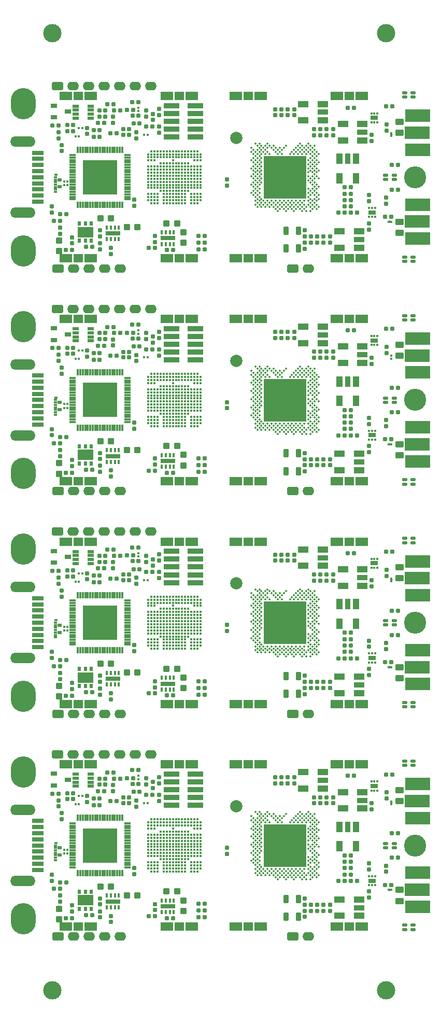
<source format=gts>
G04*
G04 #@! TF.GenerationSoftware,Altium Limited,Altium Designer,19.1.6 (110)*
G04*
G04 Layer_Color=8388736*
%FSLAX44Y44*%
%MOMM*%
G71*
G01*
G75*
%ADD52C,0.3500*%
%ADD65R,7.0000X7.0000*%
%ADD128C,3.0000*%
G04:AMPARAMS|DCode=129|XSize=0.7mm|YSize=0.7mm|CornerRadius=0.11mm|HoleSize=0mm|Usage=FLASHONLY|Rotation=90.000|XOffset=0mm|YOffset=0mm|HoleType=Round|Shape=RoundedRectangle|*
%AMROUNDEDRECTD129*
21,1,0.7000,0.4800,0,0,90.0*
21,1,0.4800,0.7000,0,0,90.0*
1,1,0.2200,0.2400,0.2400*
1,1,0.2200,0.2400,-0.2400*
1,1,0.2200,-0.2400,-0.2400*
1,1,0.2200,-0.2400,0.2400*
%
%ADD129ROUNDEDRECTD129*%
%ADD130R,1.5000X1.4000*%
%ADD131R,2.1000X1.4000*%
%ADD132C,0.3900*%
G04:AMPARAMS|DCode=133|XSize=0.6mm|YSize=0.7mm|CornerRadius=0.1mm|HoleSize=0mm|Usage=FLASHONLY|Rotation=270.000|XOffset=0mm|YOffset=0mm|HoleType=Round|Shape=RoundedRectangle|*
%AMROUNDEDRECTD133*
21,1,0.6000,0.5000,0,0,270.0*
21,1,0.4000,0.7000,0,0,270.0*
1,1,0.2000,-0.2500,-0.2000*
1,1,0.2000,-0.2500,0.2000*
1,1,0.2000,0.2500,0.2000*
1,1,0.2000,0.2500,-0.2000*
%
%ADD133ROUNDEDRECTD133*%
G04:AMPARAMS|DCode=134|XSize=0.7mm|YSize=1.1mm|CornerRadius=0.125mm|HoleSize=0mm|Usage=FLASHONLY|Rotation=270.000|XOffset=0mm|YOffset=0mm|HoleType=Round|Shape=RoundedRectangle|*
%AMROUNDEDRECTD134*
21,1,0.7000,0.8500,0,0,270.0*
21,1,0.4500,1.1000,0,0,270.0*
1,1,0.2500,-0.4250,-0.2250*
1,1,0.2500,-0.4250,0.2250*
1,1,0.2500,0.4250,0.2250*
1,1,0.2500,0.4250,-0.2250*
%
%ADD134ROUNDEDRECTD134*%
%ADD135R,0.4000X0.4500*%
G04:AMPARAMS|DCode=136|XSize=0.6mm|YSize=0.7mm|CornerRadius=0.1mm|HoleSize=0mm|Usage=FLASHONLY|Rotation=0.000|XOffset=0mm|YOffset=0mm|HoleType=Round|Shape=RoundedRectangle|*
%AMROUNDEDRECTD136*
21,1,0.6000,0.5000,0,0,0.0*
21,1,0.4000,0.7000,0,0,0.0*
1,1,0.2000,0.2000,-0.2500*
1,1,0.2000,-0.2000,-0.2500*
1,1,0.2000,-0.2000,0.2500*
1,1,0.2000,0.2000,0.2500*
%
%ADD136ROUNDEDRECTD136*%
%ADD137R,0.3000X1.0000*%
%ADD138R,1.0000X0.3000*%
%ADD139R,5.6500X5.6500*%
%ADD140R,1.1000X0.5000*%
%ADD141R,1.9000X0.8000*%
G04:AMPARAMS|DCode=142|XSize=0.8mm|YSize=0.5mm|CornerRadius=0.1mm|HoleSize=0mm|Usage=FLASHONLY|Rotation=180.000|XOffset=0mm|YOffset=0mm|HoleType=Round|Shape=RoundedRectangle|*
%AMROUNDEDRECTD142*
21,1,0.8000,0.3000,0,0,180.0*
21,1,0.6000,0.5000,0,0,180.0*
1,1,0.2000,-0.3000,0.1500*
1,1,0.2000,0.3000,0.1500*
1,1,0.2000,0.3000,-0.1500*
1,1,0.2000,-0.3000,-0.1500*
%
%ADD142ROUNDEDRECTD142*%
%ADD143R,0.5800X0.3100*%
%ADD144R,0.4800X0.3100*%
%ADD145R,0.7000X0.5500*%
G04:AMPARAMS|DCode=146|XSize=1.4mm|YSize=0.9mm|CornerRadius=0.15mm|HoleSize=0mm|Usage=FLASHONLY|Rotation=270.000|XOffset=0mm|YOffset=0mm|HoleType=Round|Shape=RoundedRectangle|*
%AMROUNDEDRECTD146*
21,1,1.4000,0.6000,0,0,270.0*
21,1,1.1000,0.9000,0,0,270.0*
1,1,0.3000,-0.3000,-0.5500*
1,1,0.3000,-0.3000,0.5500*
1,1,0.3000,0.3000,0.5500*
1,1,0.3000,0.3000,-0.5500*
%
%ADD146ROUNDEDRECTD146*%
G04:AMPARAMS|DCode=147|XSize=1.4mm|YSize=1.1mm|CornerRadius=0.175mm|HoleSize=0mm|Usage=FLASHONLY|Rotation=180.000|XOffset=0mm|YOffset=0mm|HoleType=Round|Shape=RoundedRectangle|*
%AMROUNDEDRECTD147*
21,1,1.4000,0.7500,0,0,180.0*
21,1,1.0500,1.1000,0,0,180.0*
1,1,0.3500,-0.5250,0.3750*
1,1,0.3500,0.5250,0.3750*
1,1,0.3500,0.5250,-0.3750*
1,1,0.3500,-0.5250,-0.3750*
%
%ADD147ROUNDEDRECTD147*%
G04:AMPARAMS|DCode=148|XSize=0.7mm|YSize=0.7mm|CornerRadius=0.11mm|HoleSize=0mm|Usage=FLASHONLY|Rotation=0.000|XOffset=0mm|YOffset=0mm|HoleType=Round|Shape=RoundedRectangle|*
%AMROUNDEDRECTD148*
21,1,0.7000,0.4800,0,0,0.0*
21,1,0.4800,0.7000,0,0,0.0*
1,1,0.2200,0.2400,-0.2400*
1,1,0.2200,-0.2400,-0.2400*
1,1,0.2200,-0.2400,0.2400*
1,1,0.2200,0.2400,0.2400*
%
%ADD148ROUNDEDRECTD148*%
G04:AMPARAMS|DCode=149|XSize=1.1mm|YSize=1mm|CornerRadius=0.1625mm|HoleSize=0mm|Usage=FLASHONLY|Rotation=180.000|XOffset=0mm|YOffset=0mm|HoleType=Round|Shape=RoundedRectangle|*
%AMROUNDEDRECTD149*
21,1,1.1000,0.6750,0,0,180.0*
21,1,0.7750,1.0000,0,0,180.0*
1,1,0.3250,-0.3875,0.3375*
1,1,0.3250,0.3875,0.3375*
1,1,0.3250,0.3875,-0.3375*
1,1,0.3250,-0.3875,-0.3375*
%
%ADD149ROUNDEDRECTD149*%
%ADD150R,2.3900X0.7400*%
%ADD151R,0.4400X0.7400*%
G04:AMPARAMS|DCode=152|XSize=1.1mm|YSize=1mm|CornerRadius=0.1625mm|HoleSize=0mm|Usage=FLASHONLY|Rotation=270.000|XOffset=0mm|YOffset=0mm|HoleType=Round|Shape=RoundedRectangle|*
%AMROUNDEDRECTD152*
21,1,1.1000,0.6750,0,0,270.0*
21,1,0.7750,1.0000,0,0,270.0*
1,1,0.3250,-0.3375,-0.3875*
1,1,0.3250,-0.3375,0.3875*
1,1,0.3250,0.3375,0.3875*
1,1,0.3250,0.3375,-0.3875*
%
%ADD152ROUNDEDRECTD152*%
%ADD153R,1.7500X1.0000*%
%ADD154R,1.7500X0.8600*%
%ADD155R,1.0000X1.7500*%
%ADD156R,0.8600X1.7500*%
%ADD157R,0.4100X0.4000*%
%ADD158R,0.4000X0.4100*%
%ADD159R,4.1000X2.1000*%
%ADD160C,2.0000*%
%ADD161R,2.5000X0.8500*%
%ADD162R,0.4500X0.4000*%
%ADD163R,1.3000X0.8000*%
%ADD164R,0.3500X0.4500*%
%ADD165R,2.6000X1.8000*%
%ADD166R,0.6000X0.8000*%
%ADD167C,3.6000*%
%ADD168O,4.1000X1.7000*%
G04:AMPARAMS|DCode=169|XSize=1.9mm|YSize=1.4mm|CornerRadius=0.375mm|HoleSize=0mm|Usage=FLASHONLY|Rotation=0.000|XOffset=0mm|YOffset=0mm|HoleType=Round|Shape=RoundedRectangle|*
%AMROUNDEDRECTD169*
21,1,1.9000,0.6500,0,0,0.0*
21,1,1.1500,1.4000,0,0,0.0*
1,1,0.7500,0.5750,-0.3250*
1,1,0.7500,-0.5750,-0.3250*
1,1,0.7500,-0.5750,0.3250*
1,1,0.7500,0.5750,0.3250*
%
%ADD169ROUNDEDRECTD169*%
%ADD170O,1.9000X1.4000*%
%ADD171O,4.1000X5.1000*%
%ADD172C,0.6000*%
G36*
X628500Y1317350D02*
X624500D01*
Y1317850D01*
X628500D01*
Y1317350D01*
D02*
G37*
G36*
X624750Y1173350D02*
X623000D01*
Y1177350D01*
X624750Y1177350D01*
Y1173350D01*
D02*
G37*
G36*
X88500Y1121350D02*
X84250D01*
Y1125350D01*
X88500D01*
Y1121350D01*
D02*
G37*
G36*
X628500Y953650D02*
X624500D01*
Y954150D01*
X628500D01*
Y953650D01*
D02*
G37*
G36*
X624750Y809650D02*
X623000D01*
Y813650D01*
X624750Y813650D01*
Y809650D01*
D02*
G37*
G36*
X88500Y757650D02*
X84250D01*
Y761650D01*
X88500D01*
Y757650D01*
D02*
G37*
G36*
X628500Y589950D02*
X624500D01*
Y590450D01*
X628500D01*
Y589950D01*
D02*
G37*
G36*
X624750Y445950D02*
X623000D01*
Y449950D01*
X624750Y449950D01*
Y445950D01*
D02*
G37*
G36*
X88500Y393950D02*
X84250D01*
Y397950D01*
X88500D01*
Y393950D01*
D02*
G37*
G36*
X628500Y226250D02*
X624500D01*
Y226750D01*
X628500D01*
Y226250D01*
D02*
G37*
G36*
X624750Y82250D02*
X623000D01*
Y86250D01*
X624750Y86250D01*
Y82250D01*
D02*
G37*
G36*
X88500Y30250D02*
X84250D01*
Y34250D01*
X88500D01*
Y30250D01*
D02*
G37*
D52*
X490560Y211400D02*
D03*
X493890Y208070D02*
D03*
X497220Y204740D02*
D03*
X500550Y201410D02*
D03*
X503880Y198080D02*
D03*
X507210Y194750D02*
D03*
X503880Y191420D02*
D03*
X500550Y194750D02*
D03*
X493890Y201410D02*
D03*
X497220Y198080D02*
D03*
X487230Y208070D02*
D03*
X490560Y204740D02*
D03*
X487230Y201410D02*
D03*
X483900Y204740D02*
D03*
X493890Y194750D02*
D03*
X490560Y198080D02*
D03*
X497220Y191420D02*
D03*
X500550Y188090D02*
D03*
X483900Y198080D02*
D03*
X480570Y201410D02*
D03*
X487230Y194750D02*
D03*
X497220Y184760D02*
D03*
X493890Y188090D02*
D03*
X473910Y208070D02*
D03*
X477240Y204740D02*
D03*
Y211400D02*
D03*
X480570Y208070D02*
D03*
X503880Y178100D02*
D03*
X500550Y181430D02*
D03*
X507210D02*
D03*
X503880Y184760D02*
D03*
X497220Y178100D02*
D03*
X500550Y174770D02*
D03*
X490560Y184760D02*
D03*
X493890Y181430D02*
D03*
X477240Y198080D02*
D03*
X480570Y194750D02*
D03*
X470580Y204740D02*
D03*
X473910Y201410D02*
D03*
X470580Y198080D02*
D03*
X467250Y201410D02*
D03*
X473910Y194750D02*
D03*
X467250D02*
D03*
X463920Y198080D02*
D03*
X460590Y194750D02*
D03*
X507210Y168110D02*
D03*
X503880Y171440D02*
D03*
X500550Y168110D02*
D03*
X503880Y164780D02*
D03*
X490560Y178100D02*
D03*
X497220Y171440D02*
D03*
X493890Y174770D02*
D03*
X503880Y158120D02*
D03*
X507210Y154790D02*
D03*
X493890Y168110D02*
D03*
X490560Y171440D02*
D03*
X500550Y161450D02*
D03*
X497220Y164780D02*
D03*
X490560D02*
D03*
X500550Y154790D02*
D03*
X497220Y158120D02*
D03*
Y151460D02*
D03*
X500550Y148130D02*
D03*
X490560Y158120D02*
D03*
X493890Y154790D02*
D03*
X507210Y141470D02*
D03*
X503880Y144800D02*
D03*
X497220D02*
D03*
X500550Y141470D02*
D03*
X490560Y151460D02*
D03*
X493890Y148130D02*
D03*
X503880Y138140D02*
D03*
X497220D02*
D03*
X500550Y134810D02*
D03*
X507210Y128150D02*
D03*
X503880Y131480D02*
D03*
X497220D02*
D03*
X500550Y128150D02*
D03*
X490560Y138140D02*
D03*
X493890Y134810D02*
D03*
X507210Y121490D02*
D03*
X503880Y124820D02*
D03*
X500550Y121490D02*
D03*
X490560Y131480D02*
D03*
X493890Y128150D02*
D03*
X500550Y114830D02*
D03*
X490560Y124820D02*
D03*
X493890Y121490D02*
D03*
X507210Y108170D02*
D03*
X503880Y111500D02*
D03*
X497220D02*
D03*
X500550Y108170D02*
D03*
X493890Y114830D02*
D03*
X503880Y104840D02*
D03*
X497220D02*
D03*
X490560Y111500D02*
D03*
X493890Y108170D02*
D03*
X500550Y208070D02*
D03*
X447270Y194750D02*
D03*
X440610D02*
D03*
X443940Y198080D02*
D03*
X447270Y201410D02*
D03*
X450600Y204740D02*
D03*
X453930Y208070D02*
D03*
X437280Y198080D02*
D03*
X440610Y201410D02*
D03*
X437280Y204740D02*
D03*
X433950Y201410D02*
D03*
Y208070D02*
D03*
X430620Y204740D02*
D03*
X443940D02*
D03*
X427290Y208070D02*
D03*
X423960Y211400D02*
D03*
X420630Y208070D02*
D03*
X423960Y204740D02*
D03*
X427290Y194750D02*
D03*
X423960Y198080D02*
D03*
X420630Y201410D02*
D03*
X413970Y208070D02*
D03*
X417300Y204740D02*
D03*
X410640Y211400D02*
D03*
X403980D02*
D03*
X410640Y204740D02*
D03*
X407310Y208070D02*
D03*
X413970Y201410D02*
D03*
X417300Y198080D02*
D03*
X420630Y194750D02*
D03*
X407310Y201410D02*
D03*
X410640Y198080D02*
D03*
X413970Y194750D02*
D03*
X397320Y204740D02*
D03*
X403980Y198080D02*
D03*
X400650Y201410D02*
D03*
X407310Y194750D02*
D03*
X410640Y191420D02*
D03*
X413970Y188090D02*
D03*
X397320Y198080D02*
D03*
X403980Y191420D02*
D03*
X400650Y194750D02*
D03*
X407310Y188090D02*
D03*
X410640Y184760D02*
D03*
X413970Y181430D02*
D03*
X403980Y184760D02*
D03*
X400650Y188090D02*
D03*
X407310Y181430D02*
D03*
X410640Y178100D02*
D03*
X413970Y174770D02*
D03*
X397320Y184760D02*
D03*
X403980Y178100D02*
D03*
X400650Y181430D02*
D03*
X407310Y174770D02*
D03*
X410640Y171440D02*
D03*
X413970Y168110D02*
D03*
X403980Y171440D02*
D03*
X400650Y174770D02*
D03*
X407310Y168110D02*
D03*
X410640Y164780D02*
D03*
X413970Y161450D02*
D03*
X397320Y171440D02*
D03*
X403980Y164780D02*
D03*
X400650Y168110D02*
D03*
X407310Y161450D02*
D03*
X410640Y158120D02*
D03*
X413970Y154790D02*
D03*
X403980Y158120D02*
D03*
X400650Y161450D02*
D03*
X407310Y154790D02*
D03*
X410640Y151460D02*
D03*
X413970Y148130D02*
D03*
X397320Y158120D02*
D03*
X403980Y151460D02*
D03*
X400650Y154790D02*
D03*
X407310Y148130D02*
D03*
X410640Y144800D02*
D03*
X403980Y144800D02*
D03*
X400650Y148130D02*
D03*
X407310Y141470D02*
D03*
X410640Y138140D02*
D03*
X397320Y144800D02*
D03*
X403980Y138140D02*
D03*
X400650Y141470D02*
D03*
X407310Y134810D02*
D03*
X410640Y131480D02*
D03*
X400650Y134810D02*
D03*
X407310Y128150D02*
D03*
X403980Y131480D02*
D03*
X410640Y124820D02*
D03*
X413970Y121490D02*
D03*
X417300Y118160D02*
D03*
X397320Y131480D02*
D03*
X403980Y124820D02*
D03*
X400650Y128150D02*
D03*
X407310Y121489D02*
D03*
X410640Y118160D02*
D03*
X413970Y114830D02*
D03*
X420630Y108169D02*
D03*
X417300Y111500D02*
D03*
X423960D02*
D03*
X420630Y114830D02*
D03*
X413970Y108169D02*
D03*
X410640Y111500D02*
D03*
X407310Y114830D02*
D03*
X403980Y118160D02*
D03*
X407310Y108169D02*
D03*
X403980Y111500D02*
D03*
X423960Y118160D02*
D03*
X430620D02*
D03*
X437280D02*
D03*
X443940D02*
D03*
X450600D02*
D03*
X457260D02*
D03*
X463920D02*
D03*
X470580D02*
D03*
X477240D02*
D03*
X483900D02*
D03*
X490560D02*
D03*
X497220D02*
D03*
X503880D02*
D03*
X427290Y114830D02*
D03*
X433950D02*
D03*
X440610D02*
D03*
X447270D02*
D03*
X453930D02*
D03*
X460590D02*
D03*
X467250D02*
D03*
X480570D02*
D03*
X473910D02*
D03*
X483900Y111500D02*
D03*
X477240D02*
D03*
X470580D02*
D03*
X463920D02*
D03*
X457260D02*
D03*
X450600D02*
D03*
X443940D02*
D03*
X437280D02*
D03*
X430620D02*
D03*
X480570Y108169D02*
D03*
X473910D02*
D03*
X467250D02*
D03*
X460590D02*
D03*
X453930D02*
D03*
X447270D02*
D03*
X440610D02*
D03*
X433950D02*
D03*
X427290D02*
D03*
X487230D02*
D03*
X493890Y101510D02*
D03*
X483900Y104839D02*
D03*
X437280D02*
D03*
X443940D02*
D03*
X450600D02*
D03*
X457260D02*
D03*
X463920D02*
D03*
X470580D02*
D03*
X477240D02*
D03*
X487230Y101510D02*
D03*
X480570D02*
D03*
X467250D02*
D03*
X453930D02*
D03*
X440610D02*
D03*
X490560Y575100D02*
D03*
X493890Y571770D02*
D03*
X497220Y568440D02*
D03*
X500550Y565110D02*
D03*
X503880Y561780D02*
D03*
X507210Y558450D02*
D03*
X503880Y555120D02*
D03*
X500550Y558450D02*
D03*
X493890Y565110D02*
D03*
X497220Y561780D02*
D03*
X487230Y571770D02*
D03*
X490560Y568440D02*
D03*
X487230Y565110D02*
D03*
X483900Y568440D02*
D03*
X493890Y558450D02*
D03*
X490560Y561780D02*
D03*
X497220Y555120D02*
D03*
X500550Y551790D02*
D03*
X483900Y561780D02*
D03*
X480570Y565110D02*
D03*
X487230Y558450D02*
D03*
X497220Y548460D02*
D03*
X493890Y551790D02*
D03*
X473910Y571770D02*
D03*
X477240Y568440D02*
D03*
Y575100D02*
D03*
X480570Y571770D02*
D03*
X503880Y541800D02*
D03*
X500550Y545130D02*
D03*
X507210D02*
D03*
X503880Y548460D02*
D03*
X497220Y541800D02*
D03*
X500550Y538470D02*
D03*
X490560Y548460D02*
D03*
X493890Y545130D02*
D03*
X477240Y561780D02*
D03*
X480570Y558450D02*
D03*
X470580Y568440D02*
D03*
X473910Y565110D02*
D03*
X470580Y561780D02*
D03*
X467250Y565110D02*
D03*
X473910Y558450D02*
D03*
X467250D02*
D03*
X463920Y561780D02*
D03*
X460590Y558450D02*
D03*
X507210Y531810D02*
D03*
X503880Y535140D02*
D03*
X500550Y531810D02*
D03*
X503880Y528480D02*
D03*
X490560Y541800D02*
D03*
X497220Y535140D02*
D03*
X493890Y538470D02*
D03*
X503880Y521820D02*
D03*
X507210Y518490D02*
D03*
X493890Y531810D02*
D03*
X490560Y535140D02*
D03*
X500550Y525150D02*
D03*
X497220Y528480D02*
D03*
X490560D02*
D03*
X500550Y518490D02*
D03*
X497220Y521820D02*
D03*
Y515160D02*
D03*
X500550Y511830D02*
D03*
X490560Y521820D02*
D03*
X493890Y518490D02*
D03*
X507210Y505170D02*
D03*
X503880Y508500D02*
D03*
X497220D02*
D03*
X500550Y505170D02*
D03*
X490560Y515160D02*
D03*
X493890Y511830D02*
D03*
X503880Y501840D02*
D03*
X497220D02*
D03*
X500550Y498510D02*
D03*
X507210Y491850D02*
D03*
X503880Y495180D02*
D03*
X497220D02*
D03*
X500550Y491850D02*
D03*
X490560Y501840D02*
D03*
X493890Y498510D02*
D03*
X507210Y485190D02*
D03*
X503880Y488520D02*
D03*
X500550Y485190D02*
D03*
X490560Y495180D02*
D03*
X493890Y491850D02*
D03*
X500550Y478530D02*
D03*
X490560Y488520D02*
D03*
X493890Y485190D02*
D03*
X507210Y471870D02*
D03*
X503880Y475200D02*
D03*
X497220D02*
D03*
X500550Y471870D02*
D03*
X493890Y478530D02*
D03*
X503880Y468540D02*
D03*
X497220D02*
D03*
X490560Y475200D02*
D03*
X493890Y471870D02*
D03*
X500550Y571770D02*
D03*
X447270Y558450D02*
D03*
X440610D02*
D03*
X443940Y561780D02*
D03*
X447270Y565110D02*
D03*
X450600Y568440D02*
D03*
X453930Y571770D02*
D03*
X437280Y561780D02*
D03*
X440610Y565110D02*
D03*
X437280Y568440D02*
D03*
X433950Y565110D02*
D03*
Y571770D02*
D03*
X430620Y568440D02*
D03*
X443940D02*
D03*
X427290Y571770D02*
D03*
X423960Y575100D02*
D03*
X420630Y571770D02*
D03*
X423960Y568440D02*
D03*
X427290Y558450D02*
D03*
X423960Y561780D02*
D03*
X420630Y565110D02*
D03*
X413970Y571770D02*
D03*
X417300Y568440D02*
D03*
X410640Y575100D02*
D03*
X403980D02*
D03*
X410640Y568440D02*
D03*
X407310Y571770D02*
D03*
X413970Y565110D02*
D03*
X417300Y561780D02*
D03*
X420630Y558450D02*
D03*
X407310Y565110D02*
D03*
X410640Y561780D02*
D03*
X413970Y558450D02*
D03*
X397320Y568440D02*
D03*
X403980Y561780D02*
D03*
X400650Y565110D02*
D03*
X407310Y558450D02*
D03*
X410640Y555120D02*
D03*
X413970Y551790D02*
D03*
X397320Y561780D02*
D03*
X403980Y555120D02*
D03*
X400650Y558450D02*
D03*
X407310Y551790D02*
D03*
X410640Y548460D02*
D03*
X413970Y545130D02*
D03*
X403980Y548460D02*
D03*
X400650Y551790D02*
D03*
X407310Y545130D02*
D03*
X410640Y541800D02*
D03*
X413970Y538470D02*
D03*
X397320Y548460D02*
D03*
X403980Y541800D02*
D03*
X400650Y545130D02*
D03*
X407310Y538470D02*
D03*
X410640Y535140D02*
D03*
X413970Y531810D02*
D03*
X403980Y535140D02*
D03*
X400650Y538470D02*
D03*
X407310Y531810D02*
D03*
X410640Y528480D02*
D03*
X413970Y525150D02*
D03*
X397320Y535140D02*
D03*
X403980Y528480D02*
D03*
X400650Y531810D02*
D03*
X407310Y525150D02*
D03*
X410640Y521820D02*
D03*
X413970Y518490D02*
D03*
X403980Y521820D02*
D03*
X400650Y525150D02*
D03*
X407310Y518490D02*
D03*
X410640Y515160D02*
D03*
X413970Y511830D02*
D03*
X397320Y521820D02*
D03*
X403980Y515160D02*
D03*
X400650Y518490D02*
D03*
X407310Y511830D02*
D03*
X410640Y508500D02*
D03*
X403980Y508500D02*
D03*
X400650Y511830D02*
D03*
X407310Y505170D02*
D03*
X410640Y501840D02*
D03*
X397320Y508500D02*
D03*
X403980Y501840D02*
D03*
X400650Y505170D02*
D03*
X407310Y498510D02*
D03*
X410640Y495180D02*
D03*
X400650Y498510D02*
D03*
X407310Y491850D02*
D03*
X403980Y495180D02*
D03*
X410640Y488520D02*
D03*
X413970Y485190D02*
D03*
X417300Y481860D02*
D03*
X397320Y495180D02*
D03*
X403980Y488520D02*
D03*
X400650Y491850D02*
D03*
X407310Y485190D02*
D03*
X410640Y481860D02*
D03*
X413970Y478530D02*
D03*
X420630Y471870D02*
D03*
X417300Y475200D02*
D03*
X423960D02*
D03*
X420630Y478530D02*
D03*
X413970Y471870D02*
D03*
X410640Y475200D02*
D03*
X407310Y478530D02*
D03*
X403980Y481860D02*
D03*
X407310Y471870D02*
D03*
X403980Y475200D02*
D03*
X423960Y481860D02*
D03*
X430620D02*
D03*
X437280D02*
D03*
X443940D02*
D03*
X450600D02*
D03*
X457260D02*
D03*
X463920D02*
D03*
X470580D02*
D03*
X477240D02*
D03*
X483900D02*
D03*
X490560D02*
D03*
X497220D02*
D03*
X503880D02*
D03*
X427290Y478530D02*
D03*
X433950D02*
D03*
X440610D02*
D03*
X447270D02*
D03*
X453930D02*
D03*
X460590D02*
D03*
X467250D02*
D03*
X480570D02*
D03*
X473910D02*
D03*
X483900Y475200D02*
D03*
X477240D02*
D03*
X470580D02*
D03*
X463920D02*
D03*
X457260D02*
D03*
X450600D02*
D03*
X443940D02*
D03*
X437280D02*
D03*
X430620D02*
D03*
X480570Y471870D02*
D03*
X473910D02*
D03*
X467250D02*
D03*
X460590D02*
D03*
X453930D02*
D03*
X447270D02*
D03*
X440610D02*
D03*
X433950D02*
D03*
X427290D02*
D03*
X487230D02*
D03*
X493890Y465210D02*
D03*
X483900Y468540D02*
D03*
X437280D02*
D03*
X443940D02*
D03*
X450600D02*
D03*
X457260D02*
D03*
X463920D02*
D03*
X470580D02*
D03*
X477240D02*
D03*
X487230Y465210D02*
D03*
X480570D02*
D03*
X467250D02*
D03*
X453930D02*
D03*
X440610D02*
D03*
X490560Y938800D02*
D03*
X493890Y935470D02*
D03*
X497220Y932140D02*
D03*
X500550Y928810D02*
D03*
X503880Y925480D02*
D03*
X507210Y922150D02*
D03*
X503880Y918820D02*
D03*
X500550Y922150D02*
D03*
X493890Y928810D02*
D03*
X497220Y925480D02*
D03*
X487230Y935470D02*
D03*
X490560Y932140D02*
D03*
X487230Y928810D02*
D03*
X483900Y932140D02*
D03*
X493890Y922150D02*
D03*
X490560Y925480D02*
D03*
X497220Y918820D02*
D03*
X500550Y915490D02*
D03*
X483900Y925480D02*
D03*
X480570Y928810D02*
D03*
X487230Y922150D02*
D03*
X497220Y912160D02*
D03*
X493890Y915490D02*
D03*
X473910Y935470D02*
D03*
X477240Y932140D02*
D03*
Y938800D02*
D03*
X480570Y935470D02*
D03*
X503880Y905500D02*
D03*
X500550Y908830D02*
D03*
X507210D02*
D03*
X503880Y912160D02*
D03*
X497220Y905500D02*
D03*
X500550Y902170D02*
D03*
X490560Y912160D02*
D03*
X493890Y908830D02*
D03*
X477240Y925480D02*
D03*
X480570Y922150D02*
D03*
X470580Y932140D02*
D03*
X473910Y928810D02*
D03*
X470580Y925480D02*
D03*
X467250Y928810D02*
D03*
X473910Y922150D02*
D03*
X467250D02*
D03*
X463920Y925480D02*
D03*
X460590Y922150D02*
D03*
X507210Y895510D02*
D03*
X503880Y898840D02*
D03*
X500550Y895510D02*
D03*
X503880Y892180D02*
D03*
X490560Y905500D02*
D03*
X497220Y898840D02*
D03*
X493890Y902170D02*
D03*
X503880Y885520D02*
D03*
X507210Y882190D02*
D03*
X493890Y895510D02*
D03*
X490560Y898840D02*
D03*
X500550Y888850D02*
D03*
X497220Y892180D02*
D03*
X490560D02*
D03*
X500550Y882190D02*
D03*
X497220Y885520D02*
D03*
Y878860D02*
D03*
X500550Y875530D02*
D03*
X490560Y885520D02*
D03*
X493890Y882190D02*
D03*
X507210Y868870D02*
D03*
X503880Y872200D02*
D03*
X497220D02*
D03*
X500550Y868870D02*
D03*
X490560Y878860D02*
D03*
X493890Y875530D02*
D03*
X503880Y865540D02*
D03*
X497220D02*
D03*
X500550Y862210D02*
D03*
X507210Y855550D02*
D03*
X503880Y858880D02*
D03*
X497220D02*
D03*
X500550Y855550D02*
D03*
X490560Y865540D02*
D03*
X493890Y862210D02*
D03*
X507210Y848890D02*
D03*
X503880Y852220D02*
D03*
X500550Y848890D02*
D03*
X490560Y858880D02*
D03*
X493890Y855550D02*
D03*
X500550Y842230D02*
D03*
X490560Y852220D02*
D03*
X493890Y848890D02*
D03*
X507210Y835570D02*
D03*
X503880Y838900D02*
D03*
X497220D02*
D03*
X500550Y835570D02*
D03*
X493890Y842230D02*
D03*
X503880Y832240D02*
D03*
X497220D02*
D03*
X490560Y838900D02*
D03*
X493890Y835570D02*
D03*
X500550Y935470D02*
D03*
X447270Y922150D02*
D03*
X440610D02*
D03*
X443940Y925480D02*
D03*
X447270Y928810D02*
D03*
X450600Y932140D02*
D03*
X453930Y935470D02*
D03*
X437280Y925480D02*
D03*
X440610Y928810D02*
D03*
X437280Y932140D02*
D03*
X433950Y928810D02*
D03*
Y935470D02*
D03*
X430620Y932140D02*
D03*
X443940D02*
D03*
X427290Y935470D02*
D03*
X423960Y938800D02*
D03*
X420630Y935470D02*
D03*
X423960Y932140D02*
D03*
X427290Y922150D02*
D03*
X423960Y925480D02*
D03*
X420630Y928810D02*
D03*
X413970Y935470D02*
D03*
X417300Y932140D02*
D03*
X410640Y938800D02*
D03*
X403980D02*
D03*
X410640Y932140D02*
D03*
X407310Y935470D02*
D03*
X413970Y928810D02*
D03*
X417300Y925480D02*
D03*
X420630Y922150D02*
D03*
X407310Y928810D02*
D03*
X410640Y925480D02*
D03*
X413970Y922150D02*
D03*
X397320Y932140D02*
D03*
X403980Y925480D02*
D03*
X400650Y928810D02*
D03*
X407310Y922150D02*
D03*
X410640Y918820D02*
D03*
X413970Y915490D02*
D03*
X397320Y925480D02*
D03*
X403980Y918820D02*
D03*
X400650Y922150D02*
D03*
X407310Y915490D02*
D03*
X410640Y912160D02*
D03*
X413970Y908830D02*
D03*
X403980Y912160D02*
D03*
X400650Y915490D02*
D03*
X407310Y908830D02*
D03*
X410640Y905500D02*
D03*
X413970Y902170D02*
D03*
X397320Y912160D02*
D03*
X403980Y905500D02*
D03*
X400650Y908830D02*
D03*
X407310Y902170D02*
D03*
X410640Y898840D02*
D03*
X413970Y895510D02*
D03*
X403980Y898840D02*
D03*
X400650Y902170D02*
D03*
X407310Y895510D02*
D03*
X410640Y892180D02*
D03*
X413970Y888850D02*
D03*
X397320Y898840D02*
D03*
X403980Y892180D02*
D03*
X400650Y895510D02*
D03*
X407310Y888850D02*
D03*
X410640Y885520D02*
D03*
X413970Y882190D02*
D03*
X403980Y885520D02*
D03*
X400650Y888850D02*
D03*
X407310Y882190D02*
D03*
X410640Y878860D02*
D03*
X413970Y875530D02*
D03*
X397320Y885520D02*
D03*
X403980Y878860D02*
D03*
X400650Y882190D02*
D03*
X407310Y875530D02*
D03*
X410640Y872200D02*
D03*
X403980Y872200D02*
D03*
X400650Y875530D02*
D03*
X407310Y868870D02*
D03*
X410640Y865540D02*
D03*
X397320Y872200D02*
D03*
X403980Y865540D02*
D03*
X400650Y868870D02*
D03*
X407310Y862210D02*
D03*
X410640Y858880D02*
D03*
X400650Y862210D02*
D03*
X407310Y855550D02*
D03*
X403980Y858880D02*
D03*
X410640Y852220D02*
D03*
X413970Y848890D02*
D03*
X417300Y845560D02*
D03*
X397320Y858880D02*
D03*
X403980Y852220D02*
D03*
X400650Y855550D02*
D03*
X407310Y848890D02*
D03*
X410640Y845560D02*
D03*
X413970Y842230D02*
D03*
X420630Y835570D02*
D03*
X417300Y838900D02*
D03*
X423960D02*
D03*
X420630Y842230D02*
D03*
X413970Y835570D02*
D03*
X410640Y838900D02*
D03*
X407310Y842230D02*
D03*
X403980Y845560D02*
D03*
X407310Y835570D02*
D03*
X403980Y838900D02*
D03*
X423960Y845560D02*
D03*
X430620D02*
D03*
X437280D02*
D03*
X443940D02*
D03*
X450600D02*
D03*
X457260D02*
D03*
X463920D02*
D03*
X470580D02*
D03*
X477240D02*
D03*
X483900D02*
D03*
X490560D02*
D03*
X497220D02*
D03*
X503880D02*
D03*
X427290Y842230D02*
D03*
X433950D02*
D03*
X440610D02*
D03*
X447270D02*
D03*
X453930D02*
D03*
X460590D02*
D03*
X467250D02*
D03*
X480570D02*
D03*
X473910D02*
D03*
X483900Y838900D02*
D03*
X477240D02*
D03*
X470580D02*
D03*
X463920D02*
D03*
X457260D02*
D03*
X450600D02*
D03*
X443940D02*
D03*
X437280D02*
D03*
X430620D02*
D03*
X480570Y835570D02*
D03*
X473910D02*
D03*
X467250D02*
D03*
X460590D02*
D03*
X453930D02*
D03*
X447270D02*
D03*
X440610D02*
D03*
X433950D02*
D03*
X427290D02*
D03*
X487230D02*
D03*
X493890Y828910D02*
D03*
X483900Y832240D02*
D03*
X437280D02*
D03*
X443940D02*
D03*
X450600D02*
D03*
X457260D02*
D03*
X463920D02*
D03*
X470580D02*
D03*
X477240D02*
D03*
X487230Y828910D02*
D03*
X480570D02*
D03*
X467250D02*
D03*
X453930D02*
D03*
X440610D02*
D03*
X490560Y1302500D02*
D03*
X493890Y1299170D02*
D03*
X497220Y1295840D02*
D03*
X500550Y1292510D02*
D03*
X503880Y1289180D02*
D03*
X507210Y1285850D02*
D03*
X503880Y1282520D02*
D03*
X500550Y1285850D02*
D03*
X493890Y1292510D02*
D03*
X497220Y1289180D02*
D03*
X487230Y1299170D02*
D03*
X490560Y1295840D02*
D03*
X487230Y1292510D02*
D03*
X483900Y1295840D02*
D03*
X493890Y1285850D02*
D03*
X490560Y1289180D02*
D03*
X497220Y1282520D02*
D03*
X500550Y1279190D02*
D03*
X483900Y1289180D02*
D03*
X480570Y1292510D02*
D03*
X487230Y1285850D02*
D03*
X497220Y1275860D02*
D03*
X493890Y1279190D02*
D03*
X473910Y1299170D02*
D03*
X477240Y1295840D02*
D03*
Y1302500D02*
D03*
X480570Y1299170D02*
D03*
X503880Y1269200D02*
D03*
X500550Y1272530D02*
D03*
X507210D02*
D03*
X503880Y1275860D02*
D03*
X497220Y1269200D02*
D03*
X500550Y1265870D02*
D03*
X490560Y1275860D02*
D03*
X493890Y1272530D02*
D03*
X477240Y1289180D02*
D03*
X480570Y1285850D02*
D03*
X470580Y1295840D02*
D03*
X473910Y1292510D02*
D03*
X470580Y1289180D02*
D03*
X467250Y1292510D02*
D03*
X473910Y1285850D02*
D03*
X467250D02*
D03*
X463920Y1289180D02*
D03*
X460590Y1285850D02*
D03*
X507210Y1259210D02*
D03*
X503880Y1262540D02*
D03*
X500550Y1259210D02*
D03*
X503880Y1255880D02*
D03*
X490560Y1269200D02*
D03*
X497220Y1262540D02*
D03*
X493890Y1265870D02*
D03*
X503880Y1249220D02*
D03*
X507210Y1245890D02*
D03*
X493890Y1259210D02*
D03*
X490560Y1262540D02*
D03*
X500550Y1252550D02*
D03*
X497220Y1255880D02*
D03*
X490560D02*
D03*
X500550Y1245890D02*
D03*
X497220Y1249220D02*
D03*
Y1242560D02*
D03*
X500550Y1239230D02*
D03*
X490560Y1249220D02*
D03*
X493890Y1245890D02*
D03*
X507210Y1232570D02*
D03*
X503880Y1235900D02*
D03*
X497220D02*
D03*
X500550Y1232570D02*
D03*
X490560Y1242560D02*
D03*
X493890Y1239230D02*
D03*
X503880Y1229240D02*
D03*
X497220D02*
D03*
X500550Y1225910D02*
D03*
X507210Y1219250D02*
D03*
X503880Y1222580D02*
D03*
X497220D02*
D03*
X500550Y1219250D02*
D03*
X490560Y1229240D02*
D03*
X493890Y1225910D02*
D03*
X507210Y1212590D02*
D03*
X503880Y1215920D02*
D03*
X500550Y1212590D02*
D03*
X490560Y1222580D02*
D03*
X493890Y1219250D02*
D03*
X500550Y1205930D02*
D03*
X490560Y1215920D02*
D03*
X493890Y1212590D02*
D03*
X507210Y1199270D02*
D03*
X503880Y1202600D02*
D03*
X497220D02*
D03*
X500550Y1199270D02*
D03*
X493890Y1205930D02*
D03*
X503880Y1195940D02*
D03*
X497220D02*
D03*
X490560Y1202600D02*
D03*
X493890Y1199270D02*
D03*
X500550Y1299170D02*
D03*
X447270Y1285850D02*
D03*
X440610D02*
D03*
X443940Y1289180D02*
D03*
X447270Y1292510D02*
D03*
X450600Y1295840D02*
D03*
X453930Y1299170D02*
D03*
X437280Y1289180D02*
D03*
X440610Y1292510D02*
D03*
X437280Y1295840D02*
D03*
X433950Y1292510D02*
D03*
Y1299170D02*
D03*
X430620Y1295840D02*
D03*
X443940D02*
D03*
X427290Y1299170D02*
D03*
X423960Y1302500D02*
D03*
X420630Y1299170D02*
D03*
X423960Y1295840D02*
D03*
X427290Y1285850D02*
D03*
X423960Y1289180D02*
D03*
X420630Y1292510D02*
D03*
X413970Y1299170D02*
D03*
X417300Y1295840D02*
D03*
X410640Y1302500D02*
D03*
X403980D02*
D03*
X410640Y1295840D02*
D03*
X407310Y1299170D02*
D03*
X413970Y1292510D02*
D03*
X417300Y1289180D02*
D03*
X420630Y1285850D02*
D03*
X407310Y1292510D02*
D03*
X410640Y1289180D02*
D03*
X413970Y1285850D02*
D03*
X397320Y1295840D02*
D03*
X403980Y1289180D02*
D03*
X400650Y1292510D02*
D03*
X407310Y1285850D02*
D03*
X410640Y1282520D02*
D03*
X413970Y1279190D02*
D03*
X397320Y1289180D02*
D03*
X403980Y1282520D02*
D03*
X400650Y1285850D02*
D03*
X407310Y1279190D02*
D03*
X410640Y1275860D02*
D03*
X413970Y1272530D02*
D03*
X403980Y1275860D02*
D03*
X400650Y1279190D02*
D03*
X407310Y1272530D02*
D03*
X410640Y1269200D02*
D03*
X413970Y1265870D02*
D03*
X397320Y1275860D02*
D03*
X403980Y1269200D02*
D03*
X400650Y1272530D02*
D03*
X407310Y1265870D02*
D03*
X410640Y1262540D02*
D03*
X413970Y1259210D02*
D03*
X403980Y1262540D02*
D03*
X400650Y1265870D02*
D03*
X407310Y1259210D02*
D03*
X410640Y1255880D02*
D03*
X413970Y1252550D02*
D03*
X397320Y1262540D02*
D03*
X403980Y1255880D02*
D03*
X400650Y1259210D02*
D03*
X407310Y1252550D02*
D03*
X410640Y1249220D02*
D03*
X413970Y1245890D02*
D03*
X403980Y1249220D02*
D03*
X400650Y1252550D02*
D03*
X407310Y1245890D02*
D03*
X410640Y1242560D02*
D03*
X413970Y1239230D02*
D03*
X397320Y1249220D02*
D03*
X403980Y1242560D02*
D03*
X400650Y1245890D02*
D03*
X407310Y1239230D02*
D03*
X410640Y1235900D02*
D03*
X403980Y1235900D02*
D03*
X400650Y1239230D02*
D03*
X407310Y1232570D02*
D03*
X410640Y1229240D02*
D03*
X397320Y1235900D02*
D03*
X403980Y1229240D02*
D03*
X400650Y1232570D02*
D03*
X407310Y1225910D02*
D03*
X410640Y1222580D02*
D03*
X400650Y1225910D02*
D03*
X407310Y1219250D02*
D03*
X403980Y1222580D02*
D03*
X410640Y1215920D02*
D03*
X413970Y1212590D02*
D03*
X417300Y1209260D02*
D03*
X397320Y1222580D02*
D03*
X403980Y1215920D02*
D03*
X400650Y1219250D02*
D03*
X407310Y1212590D02*
D03*
X410640Y1209260D02*
D03*
X413970Y1205930D02*
D03*
X420630Y1199270D02*
D03*
X417300Y1202600D02*
D03*
X423960D02*
D03*
X420630Y1205930D02*
D03*
X413970Y1199270D02*
D03*
X410640Y1202600D02*
D03*
X407310Y1205930D02*
D03*
X403980Y1209260D02*
D03*
X407310Y1199270D02*
D03*
X403980Y1202600D02*
D03*
X423960Y1209260D02*
D03*
X430620D02*
D03*
X437280D02*
D03*
X443940D02*
D03*
X450600D02*
D03*
X457260D02*
D03*
X463920D02*
D03*
X470580D02*
D03*
X477240D02*
D03*
X483900D02*
D03*
X490560D02*
D03*
X497220D02*
D03*
X503880D02*
D03*
X427290Y1205930D02*
D03*
X433950D02*
D03*
X440610D02*
D03*
X447270D02*
D03*
X453930D02*
D03*
X460590D02*
D03*
X467250D02*
D03*
X480570D02*
D03*
X473910D02*
D03*
X483900Y1202600D02*
D03*
X477240D02*
D03*
X470580D02*
D03*
X463920D02*
D03*
X457260D02*
D03*
X450600D02*
D03*
X443940D02*
D03*
X437280D02*
D03*
X430620D02*
D03*
X480570Y1199270D02*
D03*
X473910D02*
D03*
X467250D02*
D03*
X460590D02*
D03*
X453930D02*
D03*
X447270D02*
D03*
X440610D02*
D03*
X433950D02*
D03*
X427290D02*
D03*
X487230D02*
D03*
X493890Y1192610D02*
D03*
X483900Y1195940D02*
D03*
X437280D02*
D03*
X443940D02*
D03*
X450600D02*
D03*
X457260D02*
D03*
X463920D02*
D03*
X470580D02*
D03*
X477240D02*
D03*
X487230Y1192610D02*
D03*
X480570D02*
D03*
X467250D02*
D03*
X453930D02*
D03*
X440610D02*
D03*
D65*
X452160Y156410D02*
D03*
Y520110D02*
D03*
Y883810D02*
D03*
Y1247510D02*
D03*
D128*
X71999Y1482800D02*
D03*
X617999D02*
D03*
X618000Y-80000D02*
D03*
X72000D02*
D03*
D129*
X637328Y176600D02*
D03*
X627328Y176600D02*
D03*
X637328Y136600D02*
D03*
X627328D02*
D03*
X72250Y241500D02*
D03*
X82250D02*
D03*
X95000Y96250D02*
D03*
X85000D02*
D03*
X147250Y245500D02*
D03*
X157250D02*
D03*
X149750Y233500D02*
D03*
X139750D02*
D03*
X149750Y222500D02*
D03*
X139750D02*
D03*
X240000Y41250D02*
D03*
X230000D02*
D03*
X94750Y37750D02*
D03*
X104750D02*
D03*
X226000Y239500D02*
D03*
X236000D02*
D03*
X194500Y266750D02*
D03*
X204500D02*
D03*
X549926Y98771D02*
D03*
X539927D02*
D03*
X559927Y98771D02*
D03*
X569926D02*
D03*
X321250Y39250D02*
D03*
X311250D02*
D03*
X321275Y50205D02*
D03*
X311275D02*
D03*
X321250Y61250D02*
D03*
X311250D02*
D03*
X637328Y540300D02*
D03*
X627328Y540300D02*
D03*
X637328Y500300D02*
D03*
X627328D02*
D03*
X72250Y605200D02*
D03*
X82250D02*
D03*
X95000Y459950D02*
D03*
X85000D02*
D03*
X147250Y609200D02*
D03*
X157250D02*
D03*
X149750Y597200D02*
D03*
X139750D02*
D03*
X149750Y586200D02*
D03*
X139750D02*
D03*
X240000Y404950D02*
D03*
X230000D02*
D03*
X94750Y401450D02*
D03*
X104750D02*
D03*
X226000Y603200D02*
D03*
X236000D02*
D03*
X194500Y630450D02*
D03*
X204500D02*
D03*
X549926Y462471D02*
D03*
X539927D02*
D03*
X559927Y462471D02*
D03*
X569926D02*
D03*
X321250Y402950D02*
D03*
X311250D02*
D03*
X321275Y413905D02*
D03*
X311275D02*
D03*
X321250Y424950D02*
D03*
X311250D02*
D03*
X637328Y904000D02*
D03*
X627328Y904000D02*
D03*
X637328Y864000D02*
D03*
X627328D02*
D03*
X72250Y968900D02*
D03*
X82250D02*
D03*
X95000Y823650D02*
D03*
X85000D02*
D03*
X147250Y972900D02*
D03*
X157250D02*
D03*
X149750Y960900D02*
D03*
X139750D02*
D03*
X149750Y949900D02*
D03*
X139750D02*
D03*
X240000Y768650D02*
D03*
X230000D02*
D03*
X94750Y765150D02*
D03*
X104750D02*
D03*
X226000Y966900D02*
D03*
X236000D02*
D03*
X194500Y994150D02*
D03*
X204500D02*
D03*
X549926Y826171D02*
D03*
X539927D02*
D03*
X559927Y826171D02*
D03*
X569926D02*
D03*
X321250Y766650D02*
D03*
X311250D02*
D03*
X321275Y777605D02*
D03*
X311275D02*
D03*
X321250Y788650D02*
D03*
X311250D02*
D03*
X637328Y1267700D02*
D03*
X627328Y1267700D02*
D03*
X637328Y1227700D02*
D03*
X627328D02*
D03*
X72250Y1332600D02*
D03*
X82250D02*
D03*
X95000Y1187350D02*
D03*
X85000D02*
D03*
X147250Y1336600D02*
D03*
X157250D02*
D03*
X149750Y1324600D02*
D03*
X139750D02*
D03*
X149750Y1313600D02*
D03*
X139750D02*
D03*
X240000Y1132350D02*
D03*
X230000D02*
D03*
X94750Y1128850D02*
D03*
X104750D02*
D03*
X226000Y1330600D02*
D03*
X236000D02*
D03*
X194500Y1357850D02*
D03*
X204500D02*
D03*
X549926Y1189871D02*
D03*
X539927D02*
D03*
X559927Y1189871D02*
D03*
X569926D02*
D03*
X321250Y1130350D02*
D03*
X311250D02*
D03*
X321275Y1141305D02*
D03*
X311275D02*
D03*
X321250Y1152350D02*
D03*
X311250D02*
D03*
D130*
X557500Y24250D02*
D03*
X392500D02*
D03*
X557500Y289250D02*
D03*
X392500D02*
D03*
X114750Y24250D02*
D03*
X279750D02*
D03*
X114750Y289250D02*
D03*
X279750D02*
D03*
X557500Y387950D02*
D03*
X392500D02*
D03*
X557500Y652950D02*
D03*
X392500D02*
D03*
X114750Y387950D02*
D03*
X279750D02*
D03*
X114750Y652950D02*
D03*
X279750D02*
D03*
X557500Y751650D02*
D03*
X392500D02*
D03*
X557500Y1016650D02*
D03*
X392500D02*
D03*
X114750Y751650D02*
D03*
X279750D02*
D03*
X114750Y1016650D02*
D03*
X279750D02*
D03*
X557500Y1115350D02*
D03*
X392500D02*
D03*
X557500Y1380350D02*
D03*
X392500D02*
D03*
X114750Y1115350D02*
D03*
X279750D02*
D03*
X114750Y1380350D02*
D03*
X279750D02*
D03*
D131*
X577500Y24250D02*
D03*
X537500D02*
D03*
X412500D02*
D03*
X372500D02*
D03*
X537500Y289250D02*
D03*
X577500D02*
D03*
X412500D02*
D03*
X372500D02*
D03*
X94750Y24250D02*
D03*
X134750D02*
D03*
X299750D02*
D03*
X259750D02*
D03*
X94750Y289250D02*
D03*
X134750D02*
D03*
X299750D02*
D03*
X259750D02*
D03*
X577500Y387950D02*
D03*
X537500D02*
D03*
X412500D02*
D03*
X372500D02*
D03*
X537500Y652950D02*
D03*
X577500D02*
D03*
X412500D02*
D03*
X372500D02*
D03*
X94750Y387950D02*
D03*
X134750D02*
D03*
X299750D02*
D03*
X259750D02*
D03*
X94750Y652950D02*
D03*
X134750D02*
D03*
X299750D02*
D03*
X259750D02*
D03*
X577500Y751650D02*
D03*
X537500D02*
D03*
X412500D02*
D03*
X372500D02*
D03*
X537500Y1016650D02*
D03*
X577500D02*
D03*
X412500D02*
D03*
X372500D02*
D03*
X94750Y751650D02*
D03*
X134750D02*
D03*
X299750D02*
D03*
X259750D02*
D03*
X94750Y1016650D02*
D03*
X134750D02*
D03*
X299750D02*
D03*
X259750D02*
D03*
X577500Y1115350D02*
D03*
X537500D02*
D03*
X412500D02*
D03*
X372500D02*
D03*
X537500Y1380350D02*
D03*
X577500D02*
D03*
X412500D02*
D03*
X372500D02*
D03*
X94750Y1115350D02*
D03*
X134750D02*
D03*
X299750D02*
D03*
X259750D02*
D03*
X94750Y1380350D02*
D03*
X134750D02*
D03*
X299750D02*
D03*
X259750D02*
D03*
D132*
X234349Y199350D02*
D03*
X239349D02*
D03*
X244349D02*
D03*
X249349D02*
D03*
X254349D02*
D03*
X259349D02*
D03*
X264349D02*
D03*
X269349D02*
D03*
X274349D02*
D03*
X279349D02*
D03*
X284349D02*
D03*
X289349D02*
D03*
X294349D02*
D03*
X299349D02*
D03*
X304349D02*
D03*
X309349D02*
D03*
X229349Y194350D02*
D03*
X234349D02*
D03*
X239349D02*
D03*
X244349D02*
D03*
X249349D02*
D03*
X254349D02*
D03*
X259349D02*
D03*
X264349D02*
D03*
X269349D02*
D03*
X274349D02*
D03*
X279349D02*
D03*
X284349D02*
D03*
X289349D02*
D03*
X294349D02*
D03*
X299349D02*
D03*
X304349D02*
D03*
X309349D02*
D03*
X314349D02*
D03*
X229349Y189350D02*
D03*
X234349D02*
D03*
X239349D02*
D03*
X244349D02*
D03*
X249349D02*
D03*
X254349D02*
D03*
X259349D02*
D03*
X264349D02*
D03*
X269349D02*
D03*
X274349D02*
D03*
X279349D02*
D03*
X284349D02*
D03*
X289349D02*
D03*
X294349D02*
D03*
X299349D02*
D03*
X304349D02*
D03*
X309349D02*
D03*
X314349D02*
D03*
X229349Y184350D02*
D03*
X234349D02*
D03*
X239349D02*
D03*
X269349D02*
D03*
X304349D02*
D03*
X309349D02*
D03*
X314349D02*
D03*
X249349Y179350D02*
D03*
X254349D02*
D03*
X259349D02*
D03*
X264349D02*
D03*
X269349D02*
D03*
X274349D02*
D03*
X279349D02*
D03*
X284349D02*
D03*
X289349D02*
D03*
X294349D02*
D03*
X229349Y174350D02*
D03*
X234349D02*
D03*
X239349D02*
D03*
X244349D02*
D03*
X249349D02*
D03*
X254349D02*
D03*
X259349D02*
D03*
X264349D02*
D03*
X269349D02*
D03*
X274349D02*
D03*
X279349D02*
D03*
X284349D02*
D03*
X289349D02*
D03*
X294349D02*
D03*
X299349D02*
D03*
X304349D02*
D03*
X309349D02*
D03*
X314349D02*
D03*
X229349Y169350D02*
D03*
X234349D02*
D03*
X239349D02*
D03*
X244349D02*
D03*
X249349D02*
D03*
X254349D02*
D03*
X259349D02*
D03*
X264349D02*
D03*
X269349D02*
D03*
X274349D02*
D03*
X279349D02*
D03*
X284349D02*
D03*
X289349D02*
D03*
X294349D02*
D03*
X299349D02*
D03*
X304349D02*
D03*
X309349D02*
D03*
X314349D02*
D03*
X229349Y164350D02*
D03*
X234349D02*
D03*
X239349D02*
D03*
X244349D02*
D03*
X249349D02*
D03*
X254349D02*
D03*
X259349D02*
D03*
X264349D02*
D03*
X269349D02*
D03*
X274349D02*
D03*
X279349D02*
D03*
X284349D02*
D03*
X289349D02*
D03*
X294349D02*
D03*
X299349D02*
D03*
X304349D02*
D03*
X309349D02*
D03*
X314349D02*
D03*
X229349Y159350D02*
D03*
X234349D02*
D03*
X239349D02*
D03*
X244349D02*
D03*
X249349D02*
D03*
X254349D02*
D03*
X259349D02*
D03*
X264349D02*
D03*
X269349D02*
D03*
X274349D02*
D03*
X279349D02*
D03*
X284349D02*
D03*
X289349D02*
D03*
X294349D02*
D03*
X299349D02*
D03*
X304349D02*
D03*
X309349D02*
D03*
X314349D02*
D03*
X229349Y154350D02*
D03*
X234349D02*
D03*
X239349D02*
D03*
X244349D02*
D03*
X249349D02*
D03*
X254349D02*
D03*
X259349D02*
D03*
X264349D02*
D03*
X269349D02*
D03*
X274349D02*
D03*
X279349D02*
D03*
X284349D02*
D03*
X289349D02*
D03*
X294349D02*
D03*
X299349D02*
D03*
X304349D02*
D03*
X309349D02*
D03*
X314349D02*
D03*
X229349Y149350D02*
D03*
X234349D02*
D03*
X239349D02*
D03*
X244349D02*
D03*
X249349D02*
D03*
X254349D02*
D03*
X259349D02*
D03*
X264349D02*
D03*
X269349D02*
D03*
X274349D02*
D03*
X279349D02*
D03*
X284349D02*
D03*
X289349D02*
D03*
X294349D02*
D03*
X299349D02*
D03*
X304349D02*
D03*
X309349D02*
D03*
X314349D02*
D03*
X229349Y144350D02*
D03*
X234349D02*
D03*
X239349D02*
D03*
X244349D02*
D03*
X249349D02*
D03*
X254349D02*
D03*
X259349D02*
D03*
X264349D02*
D03*
X269349D02*
D03*
X274349D02*
D03*
X279349D02*
D03*
X284349D02*
D03*
X289349D02*
D03*
X294349D02*
D03*
X299349D02*
D03*
X304349D02*
D03*
X309349D02*
D03*
X314349D02*
D03*
X229349Y139350D02*
D03*
X234349D02*
D03*
X239349D02*
D03*
X244349D02*
D03*
X249349D02*
D03*
X254349D02*
D03*
X259349D02*
D03*
X264349D02*
D03*
X269349D02*
D03*
X274349D02*
D03*
X279349D02*
D03*
X284349D02*
D03*
X289349D02*
D03*
X294349D02*
D03*
X299349D02*
D03*
X304349D02*
D03*
X309349D02*
D03*
X314349D02*
D03*
X249349Y134350D02*
D03*
X254349D02*
D03*
X259349D02*
D03*
X264349D02*
D03*
X269349D02*
D03*
X274349D02*
D03*
X279349D02*
D03*
X284349D02*
D03*
X289349D02*
D03*
X294349D02*
D03*
X229349Y129350D02*
D03*
X234349D02*
D03*
X239349D02*
D03*
X244349D02*
D03*
X254349D02*
D03*
X259349D02*
D03*
X264349D02*
D03*
X269349D02*
D03*
X274349D02*
D03*
X279349D02*
D03*
X284349D02*
D03*
X289349D02*
D03*
X299349D02*
D03*
X304349D02*
D03*
X309349D02*
D03*
X314349D02*
D03*
X229349Y124350D02*
D03*
X234349D02*
D03*
X239349D02*
D03*
X244349D02*
D03*
X254349D02*
D03*
X259349D02*
D03*
X264349D02*
D03*
X269349D02*
D03*
X274349D02*
D03*
X279349D02*
D03*
X284349D02*
D03*
X289349D02*
D03*
X299349D02*
D03*
X304349D02*
D03*
X309349D02*
D03*
X314349D02*
D03*
X229349Y119350D02*
D03*
X234349D02*
D03*
X239349D02*
D03*
X244349D02*
D03*
X254349D02*
D03*
X259349D02*
D03*
X264349D02*
D03*
X269349D02*
D03*
X274349D02*
D03*
X279349D02*
D03*
X284349D02*
D03*
X289349D02*
D03*
X299349D02*
D03*
X304349D02*
D03*
X309349D02*
D03*
X314349D02*
D03*
X234349Y114350D02*
D03*
X239349D02*
D03*
X244349D02*
D03*
X254349D02*
D03*
X259349D02*
D03*
X264349D02*
D03*
X269349D02*
D03*
X274349D02*
D03*
X279349D02*
D03*
X284349D02*
D03*
X289349D02*
D03*
X299349D02*
D03*
X304349D02*
D03*
X309349D02*
D03*
X234349Y563050D02*
D03*
X239349D02*
D03*
X244349D02*
D03*
X249349D02*
D03*
X254349D02*
D03*
X259349D02*
D03*
X264349D02*
D03*
X269349D02*
D03*
X274349D02*
D03*
X279349D02*
D03*
X284349D02*
D03*
X289349D02*
D03*
X294349D02*
D03*
X299349D02*
D03*
X304349D02*
D03*
X309349D02*
D03*
X229349Y558050D02*
D03*
X234349D02*
D03*
X239349D02*
D03*
X244349D02*
D03*
X249349D02*
D03*
X254349D02*
D03*
X259349D02*
D03*
X264349D02*
D03*
X269349D02*
D03*
X274349D02*
D03*
X279349D02*
D03*
X284349D02*
D03*
X289349D02*
D03*
X294349D02*
D03*
X299349D02*
D03*
X304349D02*
D03*
X309349D02*
D03*
X314349D02*
D03*
X229349Y553050D02*
D03*
X234349D02*
D03*
X239349D02*
D03*
X244349D02*
D03*
X249349D02*
D03*
X254349D02*
D03*
X259349D02*
D03*
X264349D02*
D03*
X269349D02*
D03*
X274349D02*
D03*
X279349D02*
D03*
X284349D02*
D03*
X289349D02*
D03*
X294349D02*
D03*
X299349D02*
D03*
X304349D02*
D03*
X309349D02*
D03*
X314349D02*
D03*
X229349Y548050D02*
D03*
X234349D02*
D03*
X239349D02*
D03*
X269349D02*
D03*
X304349D02*
D03*
X309349D02*
D03*
X314349D02*
D03*
X249349Y543050D02*
D03*
X254349D02*
D03*
X259349D02*
D03*
X264349D02*
D03*
X269349D02*
D03*
X274349D02*
D03*
X279349D02*
D03*
X284349D02*
D03*
X289349D02*
D03*
X294349D02*
D03*
X229349Y538050D02*
D03*
X234349D02*
D03*
X239349D02*
D03*
X244349D02*
D03*
X249349D02*
D03*
X254349D02*
D03*
X259349D02*
D03*
X264349D02*
D03*
X269349D02*
D03*
X274349D02*
D03*
X279349D02*
D03*
X284349D02*
D03*
X289349D02*
D03*
X294349D02*
D03*
X299349D02*
D03*
X304349D02*
D03*
X309349D02*
D03*
X314349D02*
D03*
X229349Y533050D02*
D03*
X234349D02*
D03*
X239349D02*
D03*
X244349D02*
D03*
X249349D02*
D03*
X254349D02*
D03*
X259349D02*
D03*
X264349D02*
D03*
X269349D02*
D03*
X274349D02*
D03*
X279349D02*
D03*
X284349D02*
D03*
X289349D02*
D03*
X294349D02*
D03*
X299349D02*
D03*
X304349D02*
D03*
X309349D02*
D03*
X314349D02*
D03*
X229349Y528050D02*
D03*
X234349D02*
D03*
X239349D02*
D03*
X244349D02*
D03*
X249349D02*
D03*
X254349D02*
D03*
X259349D02*
D03*
X264349D02*
D03*
X269349D02*
D03*
X274349D02*
D03*
X279349D02*
D03*
X284349D02*
D03*
X289349D02*
D03*
X294349D02*
D03*
X299349D02*
D03*
X304349D02*
D03*
X309349D02*
D03*
X314349D02*
D03*
X229349Y523050D02*
D03*
X234349D02*
D03*
X239349D02*
D03*
X244349D02*
D03*
X249349D02*
D03*
X254349D02*
D03*
X259349D02*
D03*
X264349D02*
D03*
X269349D02*
D03*
X274349D02*
D03*
X279349D02*
D03*
X284349D02*
D03*
X289349D02*
D03*
X294349D02*
D03*
X299349D02*
D03*
X304349D02*
D03*
X309349D02*
D03*
X314349D02*
D03*
X229349Y518050D02*
D03*
X234349D02*
D03*
X239349D02*
D03*
X244349D02*
D03*
X249349D02*
D03*
X254349D02*
D03*
X259349D02*
D03*
X264349D02*
D03*
X269349D02*
D03*
X274349D02*
D03*
X279349D02*
D03*
X284349D02*
D03*
X289349D02*
D03*
X294349D02*
D03*
X299349D02*
D03*
X304349D02*
D03*
X309349D02*
D03*
X314349D02*
D03*
X229349Y513050D02*
D03*
X234349D02*
D03*
X239349D02*
D03*
X244349D02*
D03*
X249349D02*
D03*
X254349D02*
D03*
X259349D02*
D03*
X264349D02*
D03*
X269349D02*
D03*
X274349D02*
D03*
X279349D02*
D03*
X284349D02*
D03*
X289349D02*
D03*
X294349D02*
D03*
X299349D02*
D03*
X304349D02*
D03*
X309349D02*
D03*
X314349D02*
D03*
X229349Y508050D02*
D03*
X234349D02*
D03*
X239349D02*
D03*
X244349D02*
D03*
X249349D02*
D03*
X254349D02*
D03*
X259349D02*
D03*
X264349D02*
D03*
X269349D02*
D03*
X274349D02*
D03*
X279349D02*
D03*
X284349D02*
D03*
X289349D02*
D03*
X294349D02*
D03*
X299349D02*
D03*
X304349D02*
D03*
X309349D02*
D03*
X314349D02*
D03*
X229349Y503050D02*
D03*
X234349D02*
D03*
X239349D02*
D03*
X244349D02*
D03*
X249349D02*
D03*
X254349D02*
D03*
X259349D02*
D03*
X264349D02*
D03*
X269349D02*
D03*
X274349D02*
D03*
X279349D02*
D03*
X284349D02*
D03*
X289349D02*
D03*
X294349D02*
D03*
X299349D02*
D03*
X304349D02*
D03*
X309349D02*
D03*
X314349D02*
D03*
X249349Y498050D02*
D03*
X254349D02*
D03*
X259349D02*
D03*
X264349D02*
D03*
X269349D02*
D03*
X274349D02*
D03*
X279349D02*
D03*
X284349D02*
D03*
X289349D02*
D03*
X294349D02*
D03*
X229349Y493050D02*
D03*
X234349D02*
D03*
X239349D02*
D03*
X244349D02*
D03*
X254349D02*
D03*
X259349D02*
D03*
X264349D02*
D03*
X269349D02*
D03*
X274349D02*
D03*
X279349D02*
D03*
X284349D02*
D03*
X289349D02*
D03*
X299349D02*
D03*
X304349D02*
D03*
X309349D02*
D03*
X314349D02*
D03*
X229349Y488050D02*
D03*
X234349D02*
D03*
X239349D02*
D03*
X244349D02*
D03*
X254349D02*
D03*
X259349D02*
D03*
X264349D02*
D03*
X269349D02*
D03*
X274349D02*
D03*
X279349D02*
D03*
X284349D02*
D03*
X289349D02*
D03*
X299349D02*
D03*
X304349D02*
D03*
X309349D02*
D03*
X314349D02*
D03*
X229349Y483050D02*
D03*
X234349D02*
D03*
X239349D02*
D03*
X244349D02*
D03*
X254349D02*
D03*
X259349D02*
D03*
X264349D02*
D03*
X269349D02*
D03*
X274349D02*
D03*
X279349D02*
D03*
X284349D02*
D03*
X289349D02*
D03*
X299349D02*
D03*
X304349D02*
D03*
X309349D02*
D03*
X314349D02*
D03*
X234349Y478050D02*
D03*
X239349D02*
D03*
X244349D02*
D03*
X254349D02*
D03*
X259349D02*
D03*
X264349D02*
D03*
X269349D02*
D03*
X274349D02*
D03*
X279349D02*
D03*
X284349D02*
D03*
X289349D02*
D03*
X299349D02*
D03*
X304349D02*
D03*
X309349D02*
D03*
X234349Y926750D02*
D03*
X239349D02*
D03*
X244349D02*
D03*
X249349D02*
D03*
X254349D02*
D03*
X259349D02*
D03*
X264349D02*
D03*
X269349D02*
D03*
X274349D02*
D03*
X279349D02*
D03*
X284349D02*
D03*
X289349D02*
D03*
X294349D02*
D03*
X299349D02*
D03*
X304349D02*
D03*
X309349D02*
D03*
X229349Y921750D02*
D03*
X234349D02*
D03*
X239349D02*
D03*
X244349D02*
D03*
X249349D02*
D03*
X254349D02*
D03*
X259349D02*
D03*
X264349D02*
D03*
X269349D02*
D03*
X274349D02*
D03*
X279349D02*
D03*
X284349D02*
D03*
X289349D02*
D03*
X294349D02*
D03*
X299349D02*
D03*
X304349D02*
D03*
X309349D02*
D03*
X314349D02*
D03*
X229349Y916750D02*
D03*
X234349D02*
D03*
X239349D02*
D03*
X244349D02*
D03*
X249349D02*
D03*
X254349D02*
D03*
X259349D02*
D03*
X264349D02*
D03*
X269349D02*
D03*
X274349D02*
D03*
X279349D02*
D03*
X284349D02*
D03*
X289349D02*
D03*
X294349D02*
D03*
X299349D02*
D03*
X304349D02*
D03*
X309349D02*
D03*
X314349D02*
D03*
X229349Y911750D02*
D03*
X234349D02*
D03*
X239349D02*
D03*
X269349D02*
D03*
X304349D02*
D03*
X309349D02*
D03*
X314349D02*
D03*
X249349Y906750D02*
D03*
X254349D02*
D03*
X259349D02*
D03*
X264349D02*
D03*
X269349D02*
D03*
X274349D02*
D03*
X279349D02*
D03*
X284349D02*
D03*
X289349D02*
D03*
X294349D02*
D03*
X229349Y901750D02*
D03*
X234349D02*
D03*
X239349D02*
D03*
X244349D02*
D03*
X249349D02*
D03*
X254349D02*
D03*
X259349D02*
D03*
X264349D02*
D03*
X269349D02*
D03*
X274349D02*
D03*
X279349D02*
D03*
X284349D02*
D03*
X289349D02*
D03*
X294349D02*
D03*
X299349D02*
D03*
X304349D02*
D03*
X309349D02*
D03*
X314349D02*
D03*
X229349Y896750D02*
D03*
X234349D02*
D03*
X239349D02*
D03*
X244349D02*
D03*
X249349D02*
D03*
X254349D02*
D03*
X259349D02*
D03*
X264349D02*
D03*
X269349D02*
D03*
X274349D02*
D03*
X279349D02*
D03*
X284349D02*
D03*
X289349D02*
D03*
X294349D02*
D03*
X299349D02*
D03*
X304349D02*
D03*
X309349D02*
D03*
X314349D02*
D03*
X229349Y891750D02*
D03*
X234349D02*
D03*
X239349D02*
D03*
X244349D02*
D03*
X249349D02*
D03*
X254349D02*
D03*
X259349D02*
D03*
X264349D02*
D03*
X269349D02*
D03*
X274349D02*
D03*
X279349D02*
D03*
X284349D02*
D03*
X289349D02*
D03*
X294349D02*
D03*
X299349D02*
D03*
X304349D02*
D03*
X309349D02*
D03*
X314349D02*
D03*
X229349Y886750D02*
D03*
X234349D02*
D03*
X239349D02*
D03*
X244349D02*
D03*
X249349D02*
D03*
X254349D02*
D03*
X259349D02*
D03*
X264349D02*
D03*
X269349D02*
D03*
X274349D02*
D03*
X279349D02*
D03*
X284349D02*
D03*
X289349D02*
D03*
X294349D02*
D03*
X299349D02*
D03*
X304349D02*
D03*
X309349D02*
D03*
X314349D02*
D03*
X229349Y881750D02*
D03*
X234349D02*
D03*
X239349D02*
D03*
X244349D02*
D03*
X249349D02*
D03*
X254349D02*
D03*
X259349D02*
D03*
X264349D02*
D03*
X269349D02*
D03*
X274349D02*
D03*
X279349D02*
D03*
X284349D02*
D03*
X289349D02*
D03*
X294349D02*
D03*
X299349D02*
D03*
X304349D02*
D03*
X309349D02*
D03*
X314349D02*
D03*
X229349Y876750D02*
D03*
X234349D02*
D03*
X239349D02*
D03*
X244349D02*
D03*
X249349D02*
D03*
X254349D02*
D03*
X259349D02*
D03*
X264349D02*
D03*
X269349D02*
D03*
X274349D02*
D03*
X279349D02*
D03*
X284349D02*
D03*
X289349D02*
D03*
X294349D02*
D03*
X299349D02*
D03*
X304349D02*
D03*
X309349D02*
D03*
X314349D02*
D03*
X229349Y871750D02*
D03*
X234349D02*
D03*
X239349D02*
D03*
X244349D02*
D03*
X249349D02*
D03*
X254349D02*
D03*
X259349D02*
D03*
X264349D02*
D03*
X269349D02*
D03*
X274349D02*
D03*
X279349D02*
D03*
X284349D02*
D03*
X289349D02*
D03*
X294349D02*
D03*
X299349D02*
D03*
X304349D02*
D03*
X309349D02*
D03*
X314349D02*
D03*
X229349Y866750D02*
D03*
X234349D02*
D03*
X239349D02*
D03*
X244349D02*
D03*
X249349D02*
D03*
X254349D02*
D03*
X259349D02*
D03*
X264349D02*
D03*
X269349D02*
D03*
X274349D02*
D03*
X279349D02*
D03*
X284349D02*
D03*
X289349D02*
D03*
X294349D02*
D03*
X299349D02*
D03*
X304349D02*
D03*
X309349D02*
D03*
X314349D02*
D03*
X249349Y861750D02*
D03*
X254349D02*
D03*
X259349D02*
D03*
X264349D02*
D03*
X269349D02*
D03*
X274349D02*
D03*
X279349D02*
D03*
X284349D02*
D03*
X289349D02*
D03*
X294349D02*
D03*
X229349Y856750D02*
D03*
X234349D02*
D03*
X239349D02*
D03*
X244349D02*
D03*
X254349D02*
D03*
X259349D02*
D03*
X264349D02*
D03*
X269349D02*
D03*
X274349D02*
D03*
X279349D02*
D03*
X284349D02*
D03*
X289349D02*
D03*
X299349D02*
D03*
X304349D02*
D03*
X309349D02*
D03*
X314349D02*
D03*
X229349Y851750D02*
D03*
X234349D02*
D03*
X239349D02*
D03*
X244349D02*
D03*
X254349D02*
D03*
X259349D02*
D03*
X264349D02*
D03*
X269349D02*
D03*
X274349D02*
D03*
X279349D02*
D03*
X284349D02*
D03*
X289349D02*
D03*
X299349D02*
D03*
X304349D02*
D03*
X309349D02*
D03*
X314349D02*
D03*
X229349Y846750D02*
D03*
X234349D02*
D03*
X239349D02*
D03*
X244349D02*
D03*
X254349D02*
D03*
X259349D02*
D03*
X264349D02*
D03*
X269349D02*
D03*
X274349D02*
D03*
X279349D02*
D03*
X284349D02*
D03*
X289349D02*
D03*
X299349D02*
D03*
X304349D02*
D03*
X309349D02*
D03*
X314349D02*
D03*
X234349Y841750D02*
D03*
X239349D02*
D03*
X244349D02*
D03*
X254349D02*
D03*
X259349D02*
D03*
X264349D02*
D03*
X269349D02*
D03*
X274349D02*
D03*
X279349D02*
D03*
X284349D02*
D03*
X289349D02*
D03*
X299349D02*
D03*
X304349D02*
D03*
X309349D02*
D03*
X234349Y1290450D02*
D03*
X239349D02*
D03*
X244349D02*
D03*
X249349D02*
D03*
X254349D02*
D03*
X259349D02*
D03*
X264349D02*
D03*
X269349D02*
D03*
X274349D02*
D03*
X279349D02*
D03*
X284349D02*
D03*
X289349D02*
D03*
X294349D02*
D03*
X299349D02*
D03*
X304349D02*
D03*
X309349D02*
D03*
X229349Y1285450D02*
D03*
X234349D02*
D03*
X239349D02*
D03*
X244349D02*
D03*
X249349D02*
D03*
X254349D02*
D03*
X259349D02*
D03*
X264349D02*
D03*
X269349D02*
D03*
X274349D02*
D03*
X279349D02*
D03*
X284349D02*
D03*
X289349D02*
D03*
X294349D02*
D03*
X299349D02*
D03*
X304349D02*
D03*
X309349D02*
D03*
X314349D02*
D03*
X229349Y1280450D02*
D03*
X234349D02*
D03*
X239349D02*
D03*
X244349D02*
D03*
X249349D02*
D03*
X254349D02*
D03*
X259349D02*
D03*
X264349D02*
D03*
X269349D02*
D03*
X274349D02*
D03*
X279349D02*
D03*
X284349D02*
D03*
X289349D02*
D03*
X294349D02*
D03*
X299349D02*
D03*
X304349D02*
D03*
X309349D02*
D03*
X314349D02*
D03*
X229349Y1275450D02*
D03*
X234349D02*
D03*
X239349D02*
D03*
X269349D02*
D03*
X304349D02*
D03*
X309349D02*
D03*
X314349D02*
D03*
X249349Y1270450D02*
D03*
X254349D02*
D03*
X259349D02*
D03*
X264349D02*
D03*
X269349D02*
D03*
X274349D02*
D03*
X279349D02*
D03*
X284349D02*
D03*
X289349D02*
D03*
X294349D02*
D03*
X229349Y1265450D02*
D03*
X234349D02*
D03*
X239349D02*
D03*
X244349D02*
D03*
X249349D02*
D03*
X254349D02*
D03*
X259349D02*
D03*
X264349D02*
D03*
X269349D02*
D03*
X274349D02*
D03*
X279349D02*
D03*
X284349D02*
D03*
X289349D02*
D03*
X294349D02*
D03*
X299349D02*
D03*
X304349D02*
D03*
X309349D02*
D03*
X314349D02*
D03*
X229349Y1260450D02*
D03*
X234349D02*
D03*
X239349D02*
D03*
X244349D02*
D03*
X249349D02*
D03*
X254349D02*
D03*
X259349D02*
D03*
X264349D02*
D03*
X269349D02*
D03*
X274349D02*
D03*
X279349D02*
D03*
X284349D02*
D03*
X289349D02*
D03*
X294349D02*
D03*
X299349D02*
D03*
X304349D02*
D03*
X309349D02*
D03*
X314349D02*
D03*
X229349Y1255450D02*
D03*
X234349D02*
D03*
X239349D02*
D03*
X244349D02*
D03*
X249349D02*
D03*
X254349D02*
D03*
X259349D02*
D03*
X264349D02*
D03*
X269349D02*
D03*
X274349D02*
D03*
X279349D02*
D03*
X284349D02*
D03*
X289349D02*
D03*
X294349D02*
D03*
X299349D02*
D03*
X304349D02*
D03*
X309349D02*
D03*
X314349D02*
D03*
X229349Y1250450D02*
D03*
X234349D02*
D03*
X239349D02*
D03*
X244349D02*
D03*
X249349D02*
D03*
X254349D02*
D03*
X259349D02*
D03*
X264349D02*
D03*
X269349D02*
D03*
X274349D02*
D03*
X279349D02*
D03*
X284349D02*
D03*
X289349D02*
D03*
X294349D02*
D03*
X299349D02*
D03*
X304349D02*
D03*
X309349D02*
D03*
X314349D02*
D03*
X229349Y1245450D02*
D03*
X234349D02*
D03*
X239349D02*
D03*
X244349D02*
D03*
X249349D02*
D03*
X254349D02*
D03*
X259349D02*
D03*
X264349D02*
D03*
X269349D02*
D03*
X274349D02*
D03*
X279349D02*
D03*
X284349D02*
D03*
X289349D02*
D03*
X294349D02*
D03*
X299349D02*
D03*
X304349D02*
D03*
X309349D02*
D03*
X314349D02*
D03*
X229349Y1240450D02*
D03*
X234349D02*
D03*
X239349D02*
D03*
X244349D02*
D03*
X249349D02*
D03*
X254349D02*
D03*
X259349D02*
D03*
X264349D02*
D03*
X269349D02*
D03*
X274349D02*
D03*
X279349D02*
D03*
X284349D02*
D03*
X289349D02*
D03*
X294349D02*
D03*
X299349D02*
D03*
X304349D02*
D03*
X309349D02*
D03*
X314349D02*
D03*
X229349Y1235450D02*
D03*
X234349D02*
D03*
X239349D02*
D03*
X244349D02*
D03*
X249349D02*
D03*
X254349D02*
D03*
X259349D02*
D03*
X264349D02*
D03*
X269349D02*
D03*
X274349D02*
D03*
X279349D02*
D03*
X284349D02*
D03*
X289349D02*
D03*
X294349D02*
D03*
X299349D02*
D03*
X304349D02*
D03*
X309349D02*
D03*
X314349D02*
D03*
X229349Y1230450D02*
D03*
X234349D02*
D03*
X239349D02*
D03*
X244349D02*
D03*
X249349D02*
D03*
X254349D02*
D03*
X259349D02*
D03*
X264349D02*
D03*
X269349D02*
D03*
X274349D02*
D03*
X279349D02*
D03*
X284349D02*
D03*
X289349D02*
D03*
X294349D02*
D03*
X299349D02*
D03*
X304349D02*
D03*
X309349D02*
D03*
X314349D02*
D03*
X249349Y1225450D02*
D03*
X254349D02*
D03*
X259349D02*
D03*
X264349D02*
D03*
X269349D02*
D03*
X274349D02*
D03*
X279349D02*
D03*
X284349D02*
D03*
X289349D02*
D03*
X294349D02*
D03*
X229349Y1220450D02*
D03*
X234349D02*
D03*
X239349D02*
D03*
X244349D02*
D03*
X254349D02*
D03*
X259349D02*
D03*
X264349D02*
D03*
X269349D02*
D03*
X274349D02*
D03*
X279349D02*
D03*
X284349D02*
D03*
X289349D02*
D03*
X299349D02*
D03*
X304349D02*
D03*
X309349D02*
D03*
X314349D02*
D03*
X229349Y1215450D02*
D03*
X234349D02*
D03*
X239349D02*
D03*
X244349D02*
D03*
X254349D02*
D03*
X259349D02*
D03*
X264349D02*
D03*
X269349D02*
D03*
X274349D02*
D03*
X279349D02*
D03*
X284349D02*
D03*
X289349D02*
D03*
X299349D02*
D03*
X304349D02*
D03*
X309349D02*
D03*
X314349D02*
D03*
X229349Y1210450D02*
D03*
X234349D02*
D03*
X239349D02*
D03*
X244349D02*
D03*
X254349D02*
D03*
X259349D02*
D03*
X264349D02*
D03*
X269349D02*
D03*
X274349D02*
D03*
X279349D02*
D03*
X284349D02*
D03*
X289349D02*
D03*
X299349D02*
D03*
X304349D02*
D03*
X309349D02*
D03*
X314349D02*
D03*
X234349Y1205450D02*
D03*
X239349D02*
D03*
X244349D02*
D03*
X254349D02*
D03*
X259349D02*
D03*
X264349D02*
D03*
X269349D02*
D03*
X274349D02*
D03*
X279349D02*
D03*
X284349D02*
D03*
X289349D02*
D03*
X299349D02*
D03*
X304349D02*
D03*
X309349D02*
D03*
D133*
X96500Y232250D02*
D03*
X106500D02*
D03*
Y242250D02*
D03*
X96500D02*
D03*
X149000Y266000D02*
D03*
X159000D02*
D03*
X149000Y256000D02*
D03*
X159000D02*
D03*
X177000Y229000D02*
D03*
X167000D02*
D03*
X626250Y92500D02*
D03*
X616250D02*
D03*
X510250Y235500D02*
D03*
X520250D02*
D03*
X447000Y268000D02*
D03*
X457000D02*
D03*
X259250Y38000D02*
D03*
X269250D02*
D03*
X457000Y258000D02*
D03*
X447000D02*
D03*
X75000Y85750D02*
D03*
X85000D02*
D03*
X127500Y43250D02*
D03*
X137500D02*
D03*
X505352Y50150D02*
D03*
X515352D02*
D03*
X183500Y266000D02*
D03*
X173500D02*
D03*
X198000Y226250D02*
D03*
X188000D02*
D03*
X213250Y257250D02*
D03*
X203250D02*
D03*
X215000Y244350D02*
D03*
X205000D02*
D03*
X198000Y235250D02*
D03*
X188000D02*
D03*
X172250Y276000D02*
D03*
X162250D02*
D03*
X560000Y109350D02*
D03*
X550000D02*
D03*
X505352Y60150D02*
D03*
X515352D02*
D03*
X510250Y225500D02*
D03*
X520250D02*
D03*
X550000Y140350D02*
D03*
X560000D02*
D03*
X202750Y279750D02*
D03*
X212750D02*
D03*
X555250Y270500D02*
D03*
X565250Y270500D02*
D03*
X627500Y272750D02*
D03*
X617500D02*
D03*
X96500Y595950D02*
D03*
X106500D02*
D03*
Y605950D02*
D03*
X96500D02*
D03*
X149000Y629700D02*
D03*
X159000D02*
D03*
X149000Y619700D02*
D03*
X159000D02*
D03*
X177000Y592700D02*
D03*
X167000D02*
D03*
X626250Y456200D02*
D03*
X616250D02*
D03*
X510250Y599200D02*
D03*
X520250D02*
D03*
X447000Y631700D02*
D03*
X457000D02*
D03*
X259250Y401700D02*
D03*
X269250D02*
D03*
X457000Y621700D02*
D03*
X447000D02*
D03*
X75000Y449450D02*
D03*
X85000D02*
D03*
X127500Y406950D02*
D03*
X137500D02*
D03*
X505352Y413850D02*
D03*
X515352D02*
D03*
X183500Y629700D02*
D03*
X173500D02*
D03*
X198000Y589950D02*
D03*
X188000D02*
D03*
X213250Y620950D02*
D03*
X203250D02*
D03*
X215000Y608050D02*
D03*
X205000D02*
D03*
X198000Y598950D02*
D03*
X188000D02*
D03*
X172250Y639700D02*
D03*
X162250D02*
D03*
X560000Y473050D02*
D03*
X550000D02*
D03*
X505352Y423850D02*
D03*
X515352D02*
D03*
X510250Y589200D02*
D03*
X520250D02*
D03*
X550000Y504050D02*
D03*
X560000D02*
D03*
X202750Y643450D02*
D03*
X212750D02*
D03*
X555250Y634200D02*
D03*
X565250Y634200D02*
D03*
X627500Y636450D02*
D03*
X617500D02*
D03*
X96500Y959650D02*
D03*
X106500D02*
D03*
Y969650D02*
D03*
X96500D02*
D03*
X149000Y993400D02*
D03*
X159000D02*
D03*
X149000Y983400D02*
D03*
X159000D02*
D03*
X177000Y956400D02*
D03*
X167000D02*
D03*
X626250Y819900D02*
D03*
X616250D02*
D03*
X510250Y962900D02*
D03*
X520250D02*
D03*
X447000Y995400D02*
D03*
X457000D02*
D03*
X259250Y765400D02*
D03*
X269250D02*
D03*
X457000Y985400D02*
D03*
X447000D02*
D03*
X75000Y813150D02*
D03*
X85000D02*
D03*
X127500Y770650D02*
D03*
X137500D02*
D03*
X505352Y777550D02*
D03*
X515352D02*
D03*
X183500Y993400D02*
D03*
X173500D02*
D03*
X198000Y953650D02*
D03*
X188000D02*
D03*
X213250Y984650D02*
D03*
X203250D02*
D03*
X215000Y971750D02*
D03*
X205000D02*
D03*
X198000Y962650D02*
D03*
X188000D02*
D03*
X172250Y1003400D02*
D03*
X162250D02*
D03*
X560000Y836750D02*
D03*
X550000D02*
D03*
X505352Y787550D02*
D03*
X515352D02*
D03*
X510250Y952900D02*
D03*
X520250D02*
D03*
X550000Y867750D02*
D03*
X560000D02*
D03*
X202750Y1007150D02*
D03*
X212750D02*
D03*
X555250Y997900D02*
D03*
X565250Y997900D02*
D03*
X627500Y1000150D02*
D03*
X617500D02*
D03*
X96500Y1323350D02*
D03*
X106500D02*
D03*
Y1333350D02*
D03*
X96500D02*
D03*
X149000Y1357100D02*
D03*
X159000D02*
D03*
X149000Y1347100D02*
D03*
X159000D02*
D03*
X177000Y1320100D02*
D03*
X167000D02*
D03*
X626250Y1183600D02*
D03*
X616250D02*
D03*
X510250Y1326600D02*
D03*
X520250D02*
D03*
X447000Y1359100D02*
D03*
X457000D02*
D03*
X259250Y1129100D02*
D03*
X269250D02*
D03*
X457000Y1349100D02*
D03*
X447000D02*
D03*
X75000Y1176850D02*
D03*
X85000D02*
D03*
X127500Y1134350D02*
D03*
X137500D02*
D03*
X505352Y1141250D02*
D03*
X515352D02*
D03*
X183500Y1357100D02*
D03*
X173500D02*
D03*
X198000Y1317350D02*
D03*
X188000D02*
D03*
X213250Y1348350D02*
D03*
X203250D02*
D03*
X215000Y1335450D02*
D03*
X205000D02*
D03*
X198000Y1326350D02*
D03*
X188000D02*
D03*
X172250Y1367100D02*
D03*
X162250D02*
D03*
X560000Y1200450D02*
D03*
X550000D02*
D03*
X505352Y1151250D02*
D03*
X515352D02*
D03*
X510250Y1316600D02*
D03*
X520250D02*
D03*
X550000Y1231450D02*
D03*
X560000D02*
D03*
X202750Y1370850D02*
D03*
X212750D02*
D03*
X555250Y1361600D02*
D03*
X565250Y1361600D02*
D03*
X627500Y1363850D02*
D03*
X617500D02*
D03*
D134*
X97500Y264250D02*
D03*
X74500Y254750D02*
D03*
Y273750D02*
D03*
X97500Y627950D02*
D03*
X74500Y618450D02*
D03*
Y637450D02*
D03*
X97500Y991650D02*
D03*
X74500Y982150D02*
D03*
Y1001150D02*
D03*
X97500Y1355350D02*
D03*
X74500Y1345850D02*
D03*
Y1364850D02*
D03*
D135*
X115700Y223850D02*
D03*
X110100D02*
D03*
X121300Y237500D02*
D03*
X115700D02*
D03*
X97300Y150000D02*
D03*
X91700D02*
D03*
X97300Y143700D02*
D03*
X91700D02*
D03*
X228050Y226250D02*
D03*
X222450D02*
D03*
X115700Y587550D02*
D03*
X110100D02*
D03*
X121300Y601200D02*
D03*
X115700D02*
D03*
X97300Y513700D02*
D03*
X91700D02*
D03*
X97300Y507400D02*
D03*
X91700D02*
D03*
X228050Y589950D02*
D03*
X222450D02*
D03*
X115700Y951250D02*
D03*
X110100D02*
D03*
X121300Y964900D02*
D03*
X115700D02*
D03*
X97300Y877400D02*
D03*
X91700D02*
D03*
X97300Y871100D02*
D03*
X91700D02*
D03*
X228050Y953650D02*
D03*
X222450D02*
D03*
X115700Y1314950D02*
D03*
X110100D02*
D03*
X121300Y1328600D02*
D03*
X115700D02*
D03*
X97300Y1241100D02*
D03*
X91700D02*
D03*
X97300Y1234800D02*
D03*
X91700D02*
D03*
X228050Y1317350D02*
D03*
X222450D02*
D03*
D136*
X71750Y109250D02*
D03*
Y99250D02*
D03*
X171750Y245750D02*
D03*
Y255750D02*
D03*
X129250Y237500D02*
D03*
Y227500D02*
D03*
X589750Y71500D02*
D03*
Y81500D02*
D03*
Y117500D02*
D03*
Y127500D02*
D03*
X617500Y123750D02*
D03*
Y113750D02*
D03*
X499750Y225500D02*
D03*
Y235500D02*
D03*
X550000Y119850D02*
D03*
Y129850D02*
D03*
X168000Y41636D02*
D03*
X168000Y31636D02*
D03*
X87751Y209500D02*
D03*
Y199500D02*
D03*
X82750Y220500D02*
D03*
Y230500D02*
D03*
X246750Y258250D02*
D03*
Y268250D02*
D03*
X247000Y239500D02*
D03*
Y229500D02*
D03*
X468000Y268000D02*
D03*
Y258000D02*
D03*
X225750Y256100D02*
D03*
Y266100D02*
D03*
X494852Y50150D02*
D03*
Y60150D02*
D03*
X436500Y258000D02*
D03*
Y268000D02*
D03*
X525852Y60150D02*
D03*
Y50150D02*
D03*
X560000Y129850D02*
D03*
Y119850D02*
D03*
X209500Y230250D02*
D03*
Y220250D02*
D03*
X593500Y216000D02*
D03*
Y226000D02*
D03*
X618250Y233250D02*
D03*
Y243250D02*
D03*
X71750Y472950D02*
D03*
Y462950D02*
D03*
X171750Y609450D02*
D03*
Y619450D02*
D03*
X129250Y601200D02*
D03*
Y591200D02*
D03*
X589750Y435200D02*
D03*
Y445200D02*
D03*
Y481200D02*
D03*
Y491200D02*
D03*
X617500Y487450D02*
D03*
Y477450D02*
D03*
X499750Y589200D02*
D03*
Y599200D02*
D03*
X550000Y483550D02*
D03*
Y493550D02*
D03*
X168000Y405336D02*
D03*
X168000Y395336D02*
D03*
X87751Y573200D02*
D03*
Y563200D02*
D03*
X82750Y584200D02*
D03*
Y594200D02*
D03*
X246750Y621950D02*
D03*
Y631950D02*
D03*
X247000Y603200D02*
D03*
Y593200D02*
D03*
X468000Y631700D02*
D03*
Y621700D02*
D03*
X225750Y619800D02*
D03*
Y629800D02*
D03*
X494852Y413850D02*
D03*
Y423850D02*
D03*
X436500Y621700D02*
D03*
Y631700D02*
D03*
X525852Y423851D02*
D03*
Y413851D02*
D03*
X560000Y493550D02*
D03*
Y483550D02*
D03*
X209500Y593950D02*
D03*
Y583950D02*
D03*
X593500Y579700D02*
D03*
Y589700D02*
D03*
X618250Y596950D02*
D03*
Y606950D02*
D03*
X71750Y836650D02*
D03*
Y826650D02*
D03*
X171750Y973150D02*
D03*
Y983150D02*
D03*
X129250Y964900D02*
D03*
Y954900D02*
D03*
X589750Y798900D02*
D03*
Y808900D02*
D03*
Y844900D02*
D03*
Y854900D02*
D03*
X617500Y851150D02*
D03*
Y841150D02*
D03*
X499750Y952900D02*
D03*
Y962900D02*
D03*
X550000Y847250D02*
D03*
Y857250D02*
D03*
X168000Y769036D02*
D03*
X168000Y759036D02*
D03*
X87751Y936900D02*
D03*
Y926900D02*
D03*
X82750Y947900D02*
D03*
Y957900D02*
D03*
X246750Y985650D02*
D03*
Y995650D02*
D03*
X247000Y966900D02*
D03*
Y956900D02*
D03*
X468000Y995400D02*
D03*
Y985400D02*
D03*
X225750Y983500D02*
D03*
Y993500D02*
D03*
X494852Y777550D02*
D03*
Y787550D02*
D03*
X436500Y985400D02*
D03*
Y995400D02*
D03*
X525852Y787551D02*
D03*
Y777551D02*
D03*
X560000Y857250D02*
D03*
Y847250D02*
D03*
X209500Y957650D02*
D03*
Y947650D02*
D03*
X593500Y943400D02*
D03*
Y953400D02*
D03*
X618250Y960650D02*
D03*
Y970650D02*
D03*
X71750Y1200350D02*
D03*
Y1190350D02*
D03*
X171750Y1336850D02*
D03*
Y1346850D02*
D03*
X129250Y1328600D02*
D03*
Y1318600D02*
D03*
X589750Y1162600D02*
D03*
Y1172600D02*
D03*
Y1208600D02*
D03*
Y1218600D02*
D03*
X617500Y1214850D02*
D03*
Y1204850D02*
D03*
X499750Y1316600D02*
D03*
Y1326600D02*
D03*
X550000Y1210950D02*
D03*
Y1220950D02*
D03*
X168000Y1132736D02*
D03*
X168000Y1122736D02*
D03*
X87751Y1300600D02*
D03*
Y1290600D02*
D03*
X82750Y1311600D02*
D03*
Y1321600D02*
D03*
X246750Y1349350D02*
D03*
Y1359350D02*
D03*
X247000Y1330600D02*
D03*
Y1320600D02*
D03*
X468000Y1359100D02*
D03*
Y1349100D02*
D03*
X225750Y1347200D02*
D03*
Y1357200D02*
D03*
X494852Y1141250D02*
D03*
Y1151250D02*
D03*
X436500Y1349100D02*
D03*
Y1359100D02*
D03*
X525852Y1151251D02*
D03*
Y1141251D02*
D03*
X560000Y1220950D02*
D03*
Y1210950D02*
D03*
X209500Y1321350D02*
D03*
Y1311350D02*
D03*
X593500Y1307100D02*
D03*
Y1317100D02*
D03*
X618250Y1324350D02*
D03*
Y1334350D02*
D03*
D137*
X186250Y201850D02*
D03*
X182250D02*
D03*
X178250D02*
D03*
X174250D02*
D03*
X170250D02*
D03*
X166250D02*
D03*
X162250D02*
D03*
X158250D02*
D03*
X154250D02*
D03*
X150250D02*
D03*
X146250D02*
D03*
X142250D02*
D03*
X138250D02*
D03*
X134250D02*
D03*
X130250D02*
D03*
X126250D02*
D03*
X122250D02*
D03*
X118250D02*
D03*
X114250D02*
D03*
Y111850D02*
D03*
X118250D02*
D03*
X122250D02*
D03*
X126250D02*
D03*
X130250D02*
D03*
X134250D02*
D03*
X138250D02*
D03*
X142250D02*
D03*
X146250D02*
D03*
X150250Y111850D02*
D03*
X154250Y111850D02*
D03*
X158250D02*
D03*
X162250D02*
D03*
X166250D02*
D03*
X170250D02*
D03*
X174250D02*
D03*
X178250D02*
D03*
X182250D02*
D03*
X186250Y111850D02*
D03*
Y565550D02*
D03*
X182250D02*
D03*
X178250D02*
D03*
X174250D02*
D03*
X170250D02*
D03*
X166250D02*
D03*
X162250D02*
D03*
X158250D02*
D03*
X154250D02*
D03*
X150250D02*
D03*
X146250D02*
D03*
X142250D02*
D03*
X138250D02*
D03*
X134250D02*
D03*
X130250D02*
D03*
X126250D02*
D03*
X122250D02*
D03*
X118250D02*
D03*
X114250D02*
D03*
Y475550D02*
D03*
X118250D02*
D03*
X122250D02*
D03*
X126250D02*
D03*
X130250D02*
D03*
X134250D02*
D03*
X138250D02*
D03*
X142250D02*
D03*
X146250D02*
D03*
X150250Y475550D02*
D03*
X154250Y475550D02*
D03*
X158250D02*
D03*
X162250D02*
D03*
X166250D02*
D03*
X170250D02*
D03*
X174250D02*
D03*
X178250D02*
D03*
X182250D02*
D03*
X186250Y475550D02*
D03*
Y929250D02*
D03*
X182250D02*
D03*
X178250D02*
D03*
X174250D02*
D03*
X170250D02*
D03*
X166250D02*
D03*
X162250D02*
D03*
X158250D02*
D03*
X154250D02*
D03*
X150250D02*
D03*
X146250D02*
D03*
X142250D02*
D03*
X138250D02*
D03*
X134250D02*
D03*
X130250D02*
D03*
X126250D02*
D03*
X122250D02*
D03*
X118250D02*
D03*
X114250D02*
D03*
Y839250D02*
D03*
X118250D02*
D03*
X122250D02*
D03*
X126250D02*
D03*
X130250D02*
D03*
X134250D02*
D03*
X138250D02*
D03*
X142250D02*
D03*
X146250D02*
D03*
X150250Y839250D02*
D03*
X154250Y839250D02*
D03*
X158250D02*
D03*
X162250D02*
D03*
X166250D02*
D03*
X170250D02*
D03*
X174250D02*
D03*
X178250D02*
D03*
X182250D02*
D03*
X186250Y839250D02*
D03*
Y1292950D02*
D03*
X182250D02*
D03*
X178250D02*
D03*
X174250D02*
D03*
X170250D02*
D03*
X166250D02*
D03*
X162250D02*
D03*
X158250D02*
D03*
X154250D02*
D03*
X150250D02*
D03*
X146250D02*
D03*
X142250D02*
D03*
X138250D02*
D03*
X134250D02*
D03*
X130250D02*
D03*
X126250D02*
D03*
X122250D02*
D03*
X118250D02*
D03*
X114250D02*
D03*
Y1202950D02*
D03*
X118250D02*
D03*
X122250D02*
D03*
X126250D02*
D03*
X130250D02*
D03*
X134250D02*
D03*
X138250D02*
D03*
X142250D02*
D03*
X146250D02*
D03*
X150250Y1202950D02*
D03*
X154250Y1202950D02*
D03*
X158250D02*
D03*
X162250D02*
D03*
X166250D02*
D03*
X170250D02*
D03*
X174250D02*
D03*
X178250D02*
D03*
X182250D02*
D03*
X186250Y1202950D02*
D03*
D138*
X105250Y192850D02*
D03*
X105250Y188850D02*
D03*
Y184850D02*
D03*
Y180850D02*
D03*
Y176850D02*
D03*
Y172850D02*
D03*
Y168850D02*
D03*
Y164850D02*
D03*
Y160850D02*
D03*
X105250Y156850D02*
D03*
X105250Y152850D02*
D03*
Y148850D02*
D03*
Y144850D02*
D03*
Y140850D02*
D03*
Y136850D02*
D03*
Y132850D02*
D03*
Y128850D02*
D03*
Y124850D02*
D03*
Y120850D02*
D03*
X195250D02*
D03*
Y124850D02*
D03*
Y128850D02*
D03*
Y132850D02*
D03*
Y136850D02*
D03*
Y140850D02*
D03*
Y144850D02*
D03*
Y148850D02*
D03*
Y152850D02*
D03*
Y156850D02*
D03*
Y160850D02*
D03*
Y164850D02*
D03*
Y168850D02*
D03*
Y172850D02*
D03*
Y176850D02*
D03*
Y180850D02*
D03*
Y184850D02*
D03*
Y188850D02*
D03*
Y192850D02*
D03*
X105250Y556550D02*
D03*
X105250Y552550D02*
D03*
Y548550D02*
D03*
Y544550D02*
D03*
Y540550D02*
D03*
Y536550D02*
D03*
Y532550D02*
D03*
Y528550D02*
D03*
Y524550D02*
D03*
X105250Y520550D02*
D03*
X105250Y516550D02*
D03*
Y512550D02*
D03*
Y508550D02*
D03*
Y504550D02*
D03*
Y500550D02*
D03*
Y496550D02*
D03*
Y492550D02*
D03*
Y488550D02*
D03*
Y484550D02*
D03*
X195250D02*
D03*
Y488550D02*
D03*
Y492550D02*
D03*
Y496550D02*
D03*
Y500550D02*
D03*
Y504550D02*
D03*
Y508550D02*
D03*
Y512550D02*
D03*
Y516550D02*
D03*
Y520550D02*
D03*
Y524550D02*
D03*
Y528550D02*
D03*
Y532550D02*
D03*
Y536550D02*
D03*
Y540550D02*
D03*
Y544550D02*
D03*
Y548550D02*
D03*
Y552550D02*
D03*
Y556550D02*
D03*
X105250Y920250D02*
D03*
X105250Y916250D02*
D03*
Y912250D02*
D03*
Y908250D02*
D03*
Y904250D02*
D03*
Y900250D02*
D03*
Y896250D02*
D03*
Y892250D02*
D03*
Y888250D02*
D03*
X105250Y884250D02*
D03*
X105250Y880250D02*
D03*
Y876250D02*
D03*
Y872250D02*
D03*
Y868250D02*
D03*
Y864250D02*
D03*
Y860250D02*
D03*
Y856250D02*
D03*
Y852250D02*
D03*
Y848250D02*
D03*
X195250D02*
D03*
Y852250D02*
D03*
Y856250D02*
D03*
Y860250D02*
D03*
Y864250D02*
D03*
Y868250D02*
D03*
Y872250D02*
D03*
Y876250D02*
D03*
Y880250D02*
D03*
Y884250D02*
D03*
Y888250D02*
D03*
Y892250D02*
D03*
Y896250D02*
D03*
Y900250D02*
D03*
Y904250D02*
D03*
Y908250D02*
D03*
Y912250D02*
D03*
Y916250D02*
D03*
Y920250D02*
D03*
X105250Y1283950D02*
D03*
X105250Y1279950D02*
D03*
Y1275950D02*
D03*
Y1271950D02*
D03*
Y1267950D02*
D03*
Y1263950D02*
D03*
Y1259950D02*
D03*
Y1255950D02*
D03*
Y1251950D02*
D03*
X105250Y1247950D02*
D03*
X105250Y1243950D02*
D03*
Y1239950D02*
D03*
Y1235950D02*
D03*
Y1231950D02*
D03*
Y1227950D02*
D03*
Y1223950D02*
D03*
Y1219950D02*
D03*
Y1215950D02*
D03*
Y1211950D02*
D03*
X195250D02*
D03*
Y1215950D02*
D03*
Y1219950D02*
D03*
Y1223950D02*
D03*
Y1227950D02*
D03*
Y1231950D02*
D03*
Y1235950D02*
D03*
Y1239950D02*
D03*
Y1243950D02*
D03*
Y1247950D02*
D03*
Y1251950D02*
D03*
Y1255950D02*
D03*
Y1259950D02*
D03*
Y1263950D02*
D03*
Y1267950D02*
D03*
Y1271950D02*
D03*
Y1275950D02*
D03*
Y1279950D02*
D03*
Y1283950D02*
D03*
D139*
X150250Y156850D02*
D03*
Y520550D02*
D03*
Y884250D02*
D03*
Y1247950D02*
D03*
D140*
X135250Y253500D02*
D03*
Y260000D02*
D03*
Y266500D02*
D03*
X110250Y266500D02*
D03*
Y260000D02*
D03*
Y253500D02*
D03*
Y273000D02*
D03*
X135250Y273000D02*
D03*
Y617200D02*
D03*
Y623700D02*
D03*
Y630200D02*
D03*
X110250Y630200D02*
D03*
Y623700D02*
D03*
Y617200D02*
D03*
Y636700D02*
D03*
X135250Y636700D02*
D03*
Y980900D02*
D03*
Y987400D02*
D03*
Y993900D02*
D03*
X110250Y993900D02*
D03*
Y987400D02*
D03*
Y980900D02*
D03*
Y1000400D02*
D03*
X135250Y1000400D02*
D03*
Y1344600D02*
D03*
Y1351100D02*
D03*
Y1357600D02*
D03*
X110250Y1357600D02*
D03*
Y1351100D02*
D03*
Y1344600D02*
D03*
Y1364100D02*
D03*
X135250Y1364100D02*
D03*
D141*
X48500Y116850D02*
D03*
Y136850D02*
D03*
X48500Y156850D02*
D03*
X48500Y176850D02*
D03*
X48500Y196850D02*
D03*
Y186850D02*
D03*
Y166850D02*
D03*
Y146850D02*
D03*
Y126850D02*
D03*
Y480550D02*
D03*
Y500550D02*
D03*
X48500Y520550D02*
D03*
X48500Y540550D02*
D03*
X48500Y560550D02*
D03*
Y550550D02*
D03*
Y530550D02*
D03*
Y510550D02*
D03*
Y490550D02*
D03*
Y844250D02*
D03*
Y864250D02*
D03*
X48500Y884250D02*
D03*
X48500Y904250D02*
D03*
X48500Y924250D02*
D03*
Y914250D02*
D03*
Y894250D02*
D03*
Y874250D02*
D03*
Y854250D02*
D03*
Y1207950D02*
D03*
Y1227950D02*
D03*
X48500Y1247950D02*
D03*
X48500Y1267950D02*
D03*
X48500Y1287950D02*
D03*
Y1277950D02*
D03*
Y1257950D02*
D03*
Y1237950D02*
D03*
Y1217950D02*
D03*
D142*
X662000Y19500D02*
D03*
X648000D02*
D03*
X648000Y26500D02*
D03*
X662000D02*
D03*
X662000Y287500D02*
D03*
X648000D02*
D03*
X648000Y294500D02*
D03*
X662000D02*
D03*
X616903Y153100D02*
D03*
X630902D02*
D03*
X630902Y160100D02*
D03*
X616903D02*
D03*
X662000Y383200D02*
D03*
X648000D02*
D03*
X648000Y390200D02*
D03*
X662000D02*
D03*
X662000Y651200D02*
D03*
X648000D02*
D03*
X648000Y658200D02*
D03*
X662000D02*
D03*
X616903Y516800D02*
D03*
X630902D02*
D03*
X630902Y523800D02*
D03*
X616903D02*
D03*
X662000Y746900D02*
D03*
X648000D02*
D03*
X648000Y753900D02*
D03*
X662000D02*
D03*
X662000Y1014900D02*
D03*
X648000D02*
D03*
X648000Y1021900D02*
D03*
X662000D02*
D03*
X616903Y880500D02*
D03*
X630902D02*
D03*
X630902Y887500D02*
D03*
X616903D02*
D03*
X662000Y1110600D02*
D03*
X648000D02*
D03*
X648000Y1117600D02*
D03*
X662000D02*
D03*
X662000Y1378600D02*
D03*
X648000D02*
D03*
X648000Y1385600D02*
D03*
X662000D02*
D03*
X616903Y1244200D02*
D03*
X630902D02*
D03*
X630902Y1251200D02*
D03*
X616903D02*
D03*
D143*
X77925Y160850D02*
D03*
Y524550D02*
D03*
Y888250D02*
D03*
Y1251950D02*
D03*
D144*
X77425Y156850D02*
D03*
Y152850D02*
D03*
Y148850D02*
D03*
Y144850D02*
D03*
Y140850D02*
D03*
Y136850D02*
D03*
Y132850D02*
D03*
Y520550D02*
D03*
Y516550D02*
D03*
Y512550D02*
D03*
Y508550D02*
D03*
Y504550D02*
D03*
Y500550D02*
D03*
Y496550D02*
D03*
Y884250D02*
D03*
Y880250D02*
D03*
Y876250D02*
D03*
Y872250D02*
D03*
Y868250D02*
D03*
Y864250D02*
D03*
Y860250D02*
D03*
Y1247950D02*
D03*
Y1243950D02*
D03*
Y1239950D02*
D03*
Y1235950D02*
D03*
Y1231950D02*
D03*
Y1227950D02*
D03*
Y1223950D02*
D03*
D145*
X84175Y152650D02*
D03*
Y141050D02*
D03*
Y516350D02*
D03*
Y504750D02*
D03*
Y880050D02*
D03*
Y868450D02*
D03*
Y1243750D02*
D03*
Y1232150D02*
D03*
D146*
X454250Y69625D02*
D03*
X474250D02*
D03*
X474380Y40409D02*
D03*
X454380D02*
D03*
X454250Y433325D02*
D03*
X474250D02*
D03*
X474380Y404109D02*
D03*
X454380D02*
D03*
X454250Y797025D02*
D03*
X474250D02*
D03*
X474380Y767809D02*
D03*
X454380D02*
D03*
X454250Y1160725D02*
D03*
X474250D02*
D03*
X474380Y1131509D02*
D03*
X454380D02*
D03*
D147*
X639500Y229250D02*
D03*
Y247250D02*
D03*
Y84250D02*
D03*
Y66250D02*
D03*
Y592950D02*
D03*
Y610950D02*
D03*
Y447950D02*
D03*
Y429950D02*
D03*
Y956650D02*
D03*
Y974650D02*
D03*
Y811650D02*
D03*
Y793650D02*
D03*
Y1320350D02*
D03*
Y1338350D02*
D03*
Y1175350D02*
D03*
Y1157350D02*
D03*
D148*
X531250Y225500D02*
D03*
Y235500D02*
D03*
X484352Y70150D02*
D03*
Y60150D02*
D03*
X206500Y110000D02*
D03*
Y120000D02*
D03*
X240109Y61091D02*
D03*
Y51091D02*
D03*
X150250Y49250D02*
D03*
Y39250D02*
D03*
X150359Y70341D02*
D03*
Y60341D02*
D03*
X84750Y64750D02*
D03*
Y74750D02*
D03*
X104750Y58750D02*
D03*
Y48750D02*
D03*
X357751Y143250D02*
D03*
Y153250D02*
D03*
X236250Y250250D02*
D03*
Y260250D02*
D03*
X484352Y50150D02*
D03*
Y40150D02*
D03*
X531250Y589200D02*
D03*
Y599200D02*
D03*
X484352Y433850D02*
D03*
Y423850D02*
D03*
X206500Y473700D02*
D03*
Y483700D02*
D03*
X240109Y424791D02*
D03*
Y414791D02*
D03*
X150250Y412950D02*
D03*
Y402950D02*
D03*
X150359Y434041D02*
D03*
Y424041D02*
D03*
X84750Y428450D02*
D03*
Y438450D02*
D03*
X104750Y422450D02*
D03*
Y412450D02*
D03*
X357751Y506950D02*
D03*
Y516950D02*
D03*
X236250Y613950D02*
D03*
Y623950D02*
D03*
X484352Y413850D02*
D03*
Y403850D02*
D03*
X531250Y952900D02*
D03*
Y962900D02*
D03*
X484352Y797550D02*
D03*
Y787550D02*
D03*
X206500Y837400D02*
D03*
Y847400D02*
D03*
X240109Y788491D02*
D03*
Y778491D02*
D03*
X150250Y776650D02*
D03*
Y766650D02*
D03*
X150359Y797741D02*
D03*
Y787741D02*
D03*
X84750Y792150D02*
D03*
Y802150D02*
D03*
X104750Y786150D02*
D03*
Y776150D02*
D03*
X357751Y870650D02*
D03*
Y880650D02*
D03*
X236250Y977650D02*
D03*
Y987650D02*
D03*
X484352Y777550D02*
D03*
Y767550D02*
D03*
X531250Y1316600D02*
D03*
Y1326600D02*
D03*
X484352Y1161250D02*
D03*
Y1151250D02*
D03*
X206500Y1201100D02*
D03*
Y1211100D02*
D03*
X240109Y1152191D02*
D03*
Y1142191D02*
D03*
X150250Y1140350D02*
D03*
Y1130350D02*
D03*
X150359Y1161441D02*
D03*
Y1151441D02*
D03*
X84750Y1155850D02*
D03*
Y1165850D02*
D03*
X104750Y1149850D02*
D03*
Y1139850D02*
D03*
X357751Y1234350D02*
D03*
Y1244350D02*
D03*
X236250Y1341350D02*
D03*
Y1351350D02*
D03*
X484352Y1141250D02*
D03*
Y1131250D02*
D03*
D149*
X286250Y50000D02*
D03*
Y67000D02*
D03*
X83000Y36500D02*
D03*
Y53500D02*
D03*
X286250Y413700D02*
D03*
Y430700D02*
D03*
X83000Y400200D02*
D03*
Y417200D02*
D03*
X286250Y777400D02*
D03*
Y794400D02*
D03*
X83000Y763900D02*
D03*
Y780900D02*
D03*
X286250Y1141100D02*
D03*
Y1158100D02*
D03*
X83000Y1127600D02*
D03*
Y1144600D02*
D03*
D150*
X171250Y65250D02*
D03*
X261000Y57250D02*
D03*
X171250Y428950D02*
D03*
X261000Y420950D02*
D03*
X171250Y792650D02*
D03*
X261000Y784650D02*
D03*
X171250Y1156350D02*
D03*
X261000Y1148350D02*
D03*
D151*
X161500Y74750D02*
D03*
X168000D02*
D03*
X174500D02*
D03*
X181000D02*
D03*
Y55750D02*
D03*
X174500D02*
D03*
X168000D02*
D03*
X161500D02*
D03*
X251250Y47750D02*
D03*
X257750D02*
D03*
X264250D02*
D03*
X270750D02*
D03*
Y66750D02*
D03*
X264250D02*
D03*
X257750D02*
D03*
X251250D02*
D03*
X161500Y438450D02*
D03*
X168000D02*
D03*
X174500D02*
D03*
X181000D02*
D03*
Y419450D02*
D03*
X174500D02*
D03*
X168000D02*
D03*
X161500D02*
D03*
X251250Y411450D02*
D03*
X257750D02*
D03*
X264250D02*
D03*
X270750D02*
D03*
Y430450D02*
D03*
X264250D02*
D03*
X257750D02*
D03*
X251250D02*
D03*
X161500Y802150D02*
D03*
X168000D02*
D03*
X174500D02*
D03*
X181000D02*
D03*
Y783150D02*
D03*
X174500D02*
D03*
X168000D02*
D03*
X161500D02*
D03*
X251250Y775150D02*
D03*
X257750D02*
D03*
X264250D02*
D03*
X270750D02*
D03*
Y794150D02*
D03*
X264250D02*
D03*
X257750D02*
D03*
X251250D02*
D03*
X161500Y1165850D02*
D03*
X168000D02*
D03*
X174500D02*
D03*
X181000D02*
D03*
Y1146850D02*
D03*
X174500D02*
D03*
X168000D02*
D03*
X161500D02*
D03*
X251250Y1138850D02*
D03*
X257750D02*
D03*
X264250D02*
D03*
X270750D02*
D03*
Y1157850D02*
D03*
X264250D02*
D03*
X257750D02*
D03*
X251250D02*
D03*
D152*
X211250Y75250D02*
D03*
X194250D02*
D03*
X150750Y89500D02*
D03*
X167750D02*
D03*
X276000Y81750D02*
D03*
X259000D02*
D03*
X211250Y438950D02*
D03*
X194250D02*
D03*
X150750Y453200D02*
D03*
X167750D02*
D03*
X276000Y445450D02*
D03*
X259000D02*
D03*
X211250Y802650D02*
D03*
X194250D02*
D03*
X150750Y816900D02*
D03*
X167750D02*
D03*
X276000Y809150D02*
D03*
X259000D02*
D03*
X211250Y1166350D02*
D03*
X194250D02*
D03*
X150750Y1180600D02*
D03*
X167750D02*
D03*
X276000Y1172850D02*
D03*
X259000D02*
D03*
D153*
X573400Y68700D02*
D03*
Y41800D02*
D03*
X541600D02*
D03*
Y68700D02*
D03*
X482350Y276450D02*
D03*
Y249550D02*
D03*
X514150D02*
D03*
Y276450D02*
D03*
X578900Y243950D02*
D03*
Y217050D02*
D03*
X547100D02*
D03*
Y243950D02*
D03*
X573400Y432400D02*
D03*
Y405500D02*
D03*
X541600D02*
D03*
Y432400D02*
D03*
X482350Y640150D02*
D03*
Y613250D02*
D03*
X514150D02*
D03*
Y640150D02*
D03*
X578900Y607650D02*
D03*
Y580750D02*
D03*
X547100D02*
D03*
Y607650D02*
D03*
X573400Y796100D02*
D03*
Y769200D02*
D03*
X541600D02*
D03*
Y796100D02*
D03*
X482350Y1003850D02*
D03*
Y976950D02*
D03*
X514150D02*
D03*
Y1003850D02*
D03*
X578900Y971350D02*
D03*
Y944450D02*
D03*
X547100D02*
D03*
Y971350D02*
D03*
X573400Y1159800D02*
D03*
Y1132900D02*
D03*
X541600D02*
D03*
Y1159800D02*
D03*
X482350Y1367550D02*
D03*
Y1340650D02*
D03*
X514150D02*
D03*
Y1367550D02*
D03*
X578900Y1335050D02*
D03*
Y1308150D02*
D03*
X547100D02*
D03*
Y1335050D02*
D03*
D154*
X573400Y55250D02*
D03*
X514150Y263000D02*
D03*
X578900Y230500D02*
D03*
X573400Y418950D02*
D03*
X514150Y626700D02*
D03*
X578900Y594200D02*
D03*
X573400Y782650D02*
D03*
X514150Y990400D02*
D03*
X578900Y957900D02*
D03*
X573400Y1146350D02*
D03*
X514150Y1354100D02*
D03*
X578900Y1321600D02*
D03*
D155*
X541550Y155200D02*
D03*
X568450D02*
D03*
Y187000D02*
D03*
X541550D02*
D03*
Y518900D02*
D03*
X568450D02*
D03*
Y550700D02*
D03*
X541550D02*
D03*
Y882600D02*
D03*
X568450D02*
D03*
Y914400D02*
D03*
X541550D02*
D03*
Y1246300D02*
D03*
X568450D02*
D03*
Y1278100D02*
D03*
X541550D02*
D03*
D156*
X555000Y187000D02*
D03*
Y550700D02*
D03*
Y914400D02*
D03*
Y1278100D02*
D03*
D157*
X621750Y84250D02*
D03*
X626250D02*
D03*
X621750Y447950D02*
D03*
X626250D02*
D03*
X621750Y811650D02*
D03*
X626250D02*
D03*
X621750Y1175350D02*
D03*
X626250D02*
D03*
D158*
X626500Y224250D02*
D03*
Y228750D02*
D03*
Y587950D02*
D03*
Y592450D02*
D03*
Y951650D02*
D03*
Y956150D02*
D03*
Y1315350D02*
D03*
Y1319850D02*
D03*
D159*
X669450Y257075D02*
D03*
Y201675D02*
D03*
X668450Y229375D02*
D03*
Y84375D02*
D03*
X669450Y56675D02*
D03*
Y112075D02*
D03*
Y620775D02*
D03*
Y565375D02*
D03*
X668450Y593075D02*
D03*
Y448075D02*
D03*
X669450Y420375D02*
D03*
Y475775D02*
D03*
Y984475D02*
D03*
Y929075D02*
D03*
X668450Y956775D02*
D03*
Y811775D02*
D03*
X669450Y784075D02*
D03*
Y839475D02*
D03*
Y1348175D02*
D03*
Y1292775D02*
D03*
X668450Y1320475D02*
D03*
Y1175475D02*
D03*
X669450Y1147775D02*
D03*
Y1203175D02*
D03*
D160*
X373000Y220750D02*
D03*
Y584450D02*
D03*
Y948150D02*
D03*
Y1311850D02*
D03*
D161*
X306000Y222350D02*
D03*
X267000Y222350D02*
D03*
X306000Y235100D02*
D03*
X267000Y235100D02*
D03*
X306000Y247850D02*
D03*
X267000Y247850D02*
D03*
X306000Y260600D02*
D03*
X267000D02*
D03*
X306000Y273350D02*
D03*
X267000Y273350D02*
D03*
X306000Y586050D02*
D03*
X267000Y586050D02*
D03*
X306000Y598800D02*
D03*
X267000Y598800D02*
D03*
X306000Y611550D02*
D03*
X267000Y611550D02*
D03*
X306000Y624300D02*
D03*
X267000D02*
D03*
X306000Y637050D02*
D03*
X267000Y637050D02*
D03*
X306000Y949750D02*
D03*
X267000Y949750D02*
D03*
X306000Y962500D02*
D03*
X267000Y962500D02*
D03*
X306000Y975250D02*
D03*
X267000Y975250D02*
D03*
X306000Y988000D02*
D03*
X267000D02*
D03*
X306000Y1000750D02*
D03*
X267000Y1000750D02*
D03*
X306000Y1313450D02*
D03*
X267000Y1313450D02*
D03*
X306000Y1326200D02*
D03*
X267000Y1326200D02*
D03*
X306000Y1338950D02*
D03*
X267000Y1338950D02*
D03*
X306000Y1351700D02*
D03*
X267000D02*
D03*
X306000Y1364450D02*
D03*
X267000Y1364450D02*
D03*
D162*
X213250Y264800D02*
D03*
Y270400D02*
D03*
Y628500D02*
D03*
Y634100D02*
D03*
Y992200D02*
D03*
Y997800D02*
D03*
Y1355900D02*
D03*
Y1361500D02*
D03*
D163*
X594750Y99250D02*
D03*
X598500Y253750D02*
D03*
X594750Y462950D02*
D03*
X598500Y617450D02*
D03*
X594750Y826650D02*
D03*
X598500Y981150D02*
D03*
X594750Y1190350D02*
D03*
X598500Y1344850D02*
D03*
D164*
X589750Y106500D02*
D03*
X594750D02*
D03*
X599750D02*
D03*
Y92000D02*
D03*
X594750D02*
D03*
X589750D02*
D03*
X593500Y261000D02*
D03*
X598500D02*
D03*
X603500D02*
D03*
Y246500D02*
D03*
X598500D02*
D03*
X593500D02*
D03*
X589750Y470200D02*
D03*
X594750D02*
D03*
X599750D02*
D03*
Y455700D02*
D03*
X594750D02*
D03*
X589750D02*
D03*
X593500Y624700D02*
D03*
X598500D02*
D03*
X603500D02*
D03*
Y610200D02*
D03*
X598500D02*
D03*
X593500D02*
D03*
X589750Y833900D02*
D03*
X594750D02*
D03*
X599750D02*
D03*
Y819400D02*
D03*
X594750D02*
D03*
X589750D02*
D03*
X593500Y988400D02*
D03*
X598500D02*
D03*
X603500D02*
D03*
Y973900D02*
D03*
X598500D02*
D03*
X593500D02*
D03*
X589750Y1197600D02*
D03*
X594750D02*
D03*
X599750D02*
D03*
Y1183100D02*
D03*
X594750D02*
D03*
X589750D02*
D03*
X593500Y1352100D02*
D03*
X598500D02*
D03*
X603500D02*
D03*
Y1337600D02*
D03*
X598500D02*
D03*
X593500D02*
D03*
D165*
X126250Y67250D02*
D03*
Y430950D02*
D03*
Y794650D02*
D03*
Y1158350D02*
D03*
D166*
X135750Y53250D02*
D03*
X126250D02*
D03*
X116750D02*
D03*
Y81250D02*
D03*
X126250D02*
D03*
X135750D02*
D03*
Y416950D02*
D03*
X126250D02*
D03*
X116750D02*
D03*
Y444950D02*
D03*
X126250D02*
D03*
X135750D02*
D03*
Y780650D02*
D03*
X126250D02*
D03*
X116750D02*
D03*
Y808650D02*
D03*
X126250D02*
D03*
X135750D02*
D03*
Y1144350D02*
D03*
X126250D02*
D03*
X116750D02*
D03*
Y1172350D02*
D03*
X126250D02*
D03*
X135750D02*
D03*
D167*
X664865Y156850D02*
D03*
Y520550D02*
D03*
Y884250D02*
D03*
Y1247950D02*
D03*
D168*
X24500Y214850D02*
D03*
Y98850D02*
D03*
Y578550D02*
D03*
Y462550D02*
D03*
Y942250D02*
D03*
Y826250D02*
D03*
Y1305950D02*
D03*
Y1189950D02*
D03*
D169*
X465536Y7950D02*
D03*
X80964Y305750D02*
D03*
X81393Y7950D02*
D03*
X465536Y371650D02*
D03*
X80964Y669450D02*
D03*
X81393Y371650D02*
D03*
X465536Y735350D02*
D03*
X80964Y1033150D02*
D03*
X81393Y735350D02*
D03*
X465536Y1099050D02*
D03*
X80964Y1396850D02*
D03*
X81393Y1099050D02*
D03*
D170*
X490964Y7950D02*
D03*
X233536Y305750D02*
D03*
X208107D02*
D03*
X106393D02*
D03*
X131821D02*
D03*
X157250D02*
D03*
X182679D02*
D03*
X106821Y7950D02*
D03*
X132250D02*
D03*
X157679D02*
D03*
X183107D02*
D03*
X490964Y371650D02*
D03*
X233536Y669450D02*
D03*
X208107D02*
D03*
X106393D02*
D03*
X131821D02*
D03*
X157250D02*
D03*
X182679D02*
D03*
X106821Y371650D02*
D03*
X132250D02*
D03*
X157679D02*
D03*
X183107D02*
D03*
X490964Y735350D02*
D03*
X233536Y1033150D02*
D03*
X208107D02*
D03*
X106393D02*
D03*
X131821D02*
D03*
X157250D02*
D03*
X182679D02*
D03*
X106821Y735350D02*
D03*
X132250D02*
D03*
X157679D02*
D03*
X183107D02*
D03*
X490964Y1099050D02*
D03*
X233536Y1396850D02*
D03*
X208107D02*
D03*
X106393D02*
D03*
X131821D02*
D03*
X157250D02*
D03*
X182679D02*
D03*
X106821Y1099050D02*
D03*
X132250D02*
D03*
X157679D02*
D03*
X183107D02*
D03*
D171*
X25000Y276800D02*
D03*
Y36800D02*
D03*
Y640500D02*
D03*
Y400500D02*
D03*
Y1004200D02*
D03*
Y764200D02*
D03*
Y1367900D02*
D03*
Y1127900D02*
D03*
D172*
X172250Y178850D02*
D03*
Y167850D02*
D03*
Y156850D02*
D03*
Y145850D02*
D03*
Y134850D02*
D03*
X161250Y178850D02*
D03*
Y167850D02*
D03*
Y156850D02*
D03*
Y145850D02*
D03*
Y134850D02*
D03*
X150250Y178850D02*
D03*
Y167850D02*
D03*
Y156850D02*
D03*
Y145850D02*
D03*
Y134850D02*
D03*
X139250Y178850D02*
D03*
Y167850D02*
D03*
X139250Y156850D02*
D03*
X139250Y145850D02*
D03*
Y134850D02*
D03*
X128250Y178850D02*
D03*
Y167850D02*
D03*
Y156850D02*
D03*
X128250Y145850D02*
D03*
X128250Y134850D02*
D03*
X172250Y542550D02*
D03*
Y531550D02*
D03*
Y520550D02*
D03*
Y509550D02*
D03*
Y498550D02*
D03*
X161250Y542550D02*
D03*
Y531550D02*
D03*
Y520550D02*
D03*
Y509550D02*
D03*
Y498550D02*
D03*
X150250Y542550D02*
D03*
Y531550D02*
D03*
Y520550D02*
D03*
Y509550D02*
D03*
Y498550D02*
D03*
X139250Y542550D02*
D03*
Y531550D02*
D03*
X139250Y520550D02*
D03*
X139250Y509550D02*
D03*
Y498550D02*
D03*
X128250Y542550D02*
D03*
Y531550D02*
D03*
Y520550D02*
D03*
X128250Y509550D02*
D03*
X128250Y498550D02*
D03*
X172250Y906250D02*
D03*
Y895250D02*
D03*
Y884250D02*
D03*
Y873250D02*
D03*
Y862250D02*
D03*
X161250Y906250D02*
D03*
Y895250D02*
D03*
Y884250D02*
D03*
Y873250D02*
D03*
Y862250D02*
D03*
X150250Y906250D02*
D03*
Y895250D02*
D03*
Y884250D02*
D03*
Y873250D02*
D03*
Y862250D02*
D03*
X139250Y906250D02*
D03*
Y895250D02*
D03*
X139250Y884250D02*
D03*
X139250Y873250D02*
D03*
Y862250D02*
D03*
X128250Y906250D02*
D03*
Y895250D02*
D03*
Y884250D02*
D03*
X128250Y873250D02*
D03*
X128250Y862250D02*
D03*
X172250Y1269950D02*
D03*
Y1258950D02*
D03*
Y1247950D02*
D03*
Y1236950D02*
D03*
Y1225950D02*
D03*
X161250Y1269950D02*
D03*
Y1258950D02*
D03*
Y1247950D02*
D03*
Y1236950D02*
D03*
Y1225950D02*
D03*
X150250Y1269950D02*
D03*
Y1258950D02*
D03*
Y1247950D02*
D03*
Y1236950D02*
D03*
Y1225950D02*
D03*
X139250Y1269950D02*
D03*
Y1258950D02*
D03*
X139250Y1247950D02*
D03*
X139250Y1236950D02*
D03*
Y1225950D02*
D03*
X128250Y1269950D02*
D03*
Y1258950D02*
D03*
Y1247950D02*
D03*
X128250Y1236950D02*
D03*
X128250Y1225950D02*
D03*
M02*

</source>
